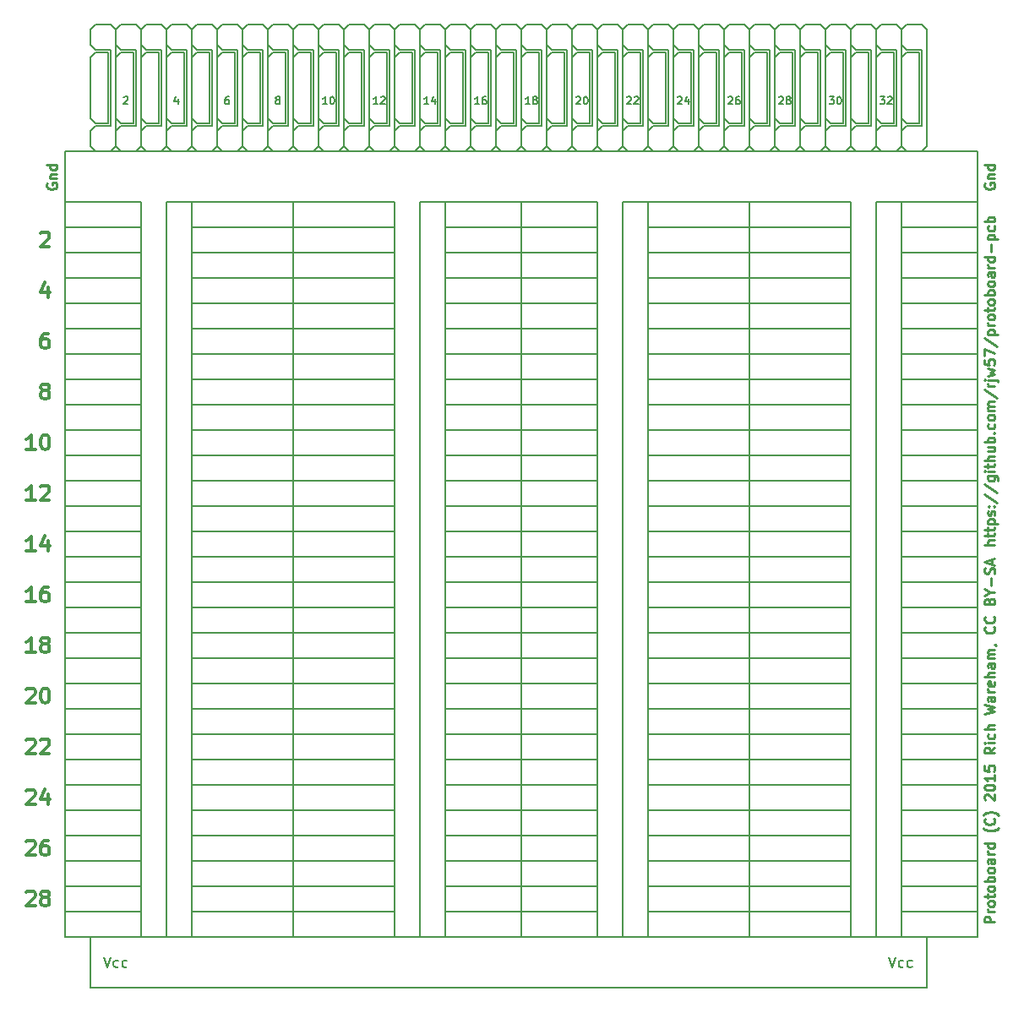
<source format=gto>
G04 #@! TF.FileFunction,Legend,Top*
%FSLAX46Y46*%
G04 Gerber Fmt 4.6, Leading zero omitted, Abs format (unit mm)*
G04 Created by KiCad (PCBNEW (after 2015-mar-04 BZR unknown)-product) date Mon 01 Jun 2015 23:22:56 BST*
%MOMM*%
G01*
G04 APERTURE LIST*
%ADD10C,0.150000*%
%ADD11C,0.200000*%
%ADD12C,0.254000*%
%ADD13C,0.190500*%
%ADD14C,0.300000*%
G04 APERTURE END LIST*
D10*
D11*
X86360000Y-92710000D02*
X86360000Y-19050000D01*
X60960000Y-19050000D02*
X60960000Y-92710000D01*
X40640000Y-92710000D02*
X40640000Y-19050000D01*
X15240000Y-19050000D02*
X15240000Y-92710000D01*
X5080000Y-13970000D02*
X5080000Y-17780000D01*
X91440000Y-13970000D02*
X5080000Y-13970000D01*
X96520000Y-13970000D02*
X91440000Y-13970000D01*
X96520000Y-16510000D02*
X96520000Y-13970000D01*
X60960000Y-19050000D02*
X63500000Y-19050000D01*
X86360000Y-19050000D02*
X88900000Y-19050000D01*
X40640000Y-19050000D02*
X43180000Y-19050000D01*
X15240000Y-19050000D02*
X17780000Y-19050000D01*
D12*
X97282000Y-17163143D02*
X97233619Y-17259905D01*
X97233619Y-17405048D01*
X97282000Y-17550190D01*
X97378762Y-17646952D01*
X97475524Y-17695333D01*
X97669048Y-17743714D01*
X97814190Y-17743714D01*
X98007714Y-17695333D01*
X98104476Y-17646952D01*
X98201238Y-17550190D01*
X98249619Y-17405048D01*
X98249619Y-17308286D01*
X98201238Y-17163143D01*
X98152857Y-17114762D01*
X97814190Y-17114762D01*
X97814190Y-17308286D01*
X97572286Y-16679333D02*
X98249619Y-16679333D01*
X97669048Y-16679333D02*
X97620667Y-16630952D01*
X97572286Y-16534190D01*
X97572286Y-16389048D01*
X97620667Y-16292286D01*
X97717429Y-16243905D01*
X98249619Y-16243905D01*
X98249619Y-15324667D02*
X97233619Y-15324667D01*
X98201238Y-15324667D02*
X98249619Y-15421429D01*
X98249619Y-15614952D01*
X98201238Y-15711714D01*
X98152857Y-15760095D01*
X98056095Y-15808476D01*
X97765810Y-15808476D01*
X97669048Y-15760095D01*
X97620667Y-15711714D01*
X97572286Y-15614952D01*
X97572286Y-15421429D01*
X97620667Y-15324667D01*
D13*
X86759143Y-8472714D02*
X87230857Y-8472714D01*
X86976857Y-8763000D01*
X87085715Y-8763000D01*
X87158286Y-8799286D01*
X87194572Y-8835571D01*
X87230857Y-8908143D01*
X87230857Y-9089571D01*
X87194572Y-9162143D01*
X87158286Y-9198429D01*
X87085715Y-9234714D01*
X86868000Y-9234714D01*
X86795429Y-9198429D01*
X86759143Y-9162143D01*
X87521143Y-8545286D02*
X87557429Y-8509000D01*
X87630000Y-8472714D01*
X87811429Y-8472714D01*
X87884000Y-8509000D01*
X87920286Y-8545286D01*
X87956571Y-8617857D01*
X87956571Y-8690429D01*
X87920286Y-8799286D01*
X87484857Y-9234714D01*
X87956571Y-9234714D01*
X81679143Y-8472714D02*
X82150857Y-8472714D01*
X81896857Y-8763000D01*
X82005715Y-8763000D01*
X82078286Y-8799286D01*
X82114572Y-8835571D01*
X82150857Y-8908143D01*
X82150857Y-9089571D01*
X82114572Y-9162143D01*
X82078286Y-9198429D01*
X82005715Y-9234714D01*
X81788000Y-9234714D01*
X81715429Y-9198429D01*
X81679143Y-9162143D01*
X82622571Y-8472714D02*
X82695143Y-8472714D01*
X82767714Y-8509000D01*
X82804000Y-8545286D01*
X82840286Y-8617857D01*
X82876571Y-8763000D01*
X82876571Y-8944429D01*
X82840286Y-9089571D01*
X82804000Y-9162143D01*
X82767714Y-9198429D01*
X82695143Y-9234714D01*
X82622571Y-9234714D01*
X82550000Y-9198429D01*
X82513714Y-9162143D01*
X82477429Y-9089571D01*
X82441143Y-8944429D01*
X82441143Y-8763000D01*
X82477429Y-8617857D01*
X82513714Y-8545286D01*
X82550000Y-8509000D01*
X82622571Y-8472714D01*
X76635429Y-8545286D02*
X76671715Y-8509000D01*
X76744286Y-8472714D01*
X76925715Y-8472714D01*
X76998286Y-8509000D01*
X77034572Y-8545286D01*
X77070857Y-8617857D01*
X77070857Y-8690429D01*
X77034572Y-8799286D01*
X76599143Y-9234714D01*
X77070857Y-9234714D01*
X77506286Y-8799286D02*
X77433714Y-8763000D01*
X77397429Y-8726714D01*
X77361143Y-8654143D01*
X77361143Y-8617857D01*
X77397429Y-8545286D01*
X77433714Y-8509000D01*
X77506286Y-8472714D01*
X77651429Y-8472714D01*
X77724000Y-8509000D01*
X77760286Y-8545286D01*
X77796571Y-8617857D01*
X77796571Y-8654143D01*
X77760286Y-8726714D01*
X77724000Y-8763000D01*
X77651429Y-8799286D01*
X77506286Y-8799286D01*
X77433714Y-8835571D01*
X77397429Y-8871857D01*
X77361143Y-8944429D01*
X77361143Y-9089571D01*
X77397429Y-9162143D01*
X77433714Y-9198429D01*
X77506286Y-9234714D01*
X77651429Y-9234714D01*
X77724000Y-9198429D01*
X77760286Y-9162143D01*
X77796571Y-9089571D01*
X77796571Y-8944429D01*
X77760286Y-8871857D01*
X77724000Y-8835571D01*
X77651429Y-8799286D01*
X71555429Y-8545286D02*
X71591715Y-8509000D01*
X71664286Y-8472714D01*
X71845715Y-8472714D01*
X71918286Y-8509000D01*
X71954572Y-8545286D01*
X71990857Y-8617857D01*
X71990857Y-8690429D01*
X71954572Y-8799286D01*
X71519143Y-9234714D01*
X71990857Y-9234714D01*
X72644000Y-8472714D02*
X72498857Y-8472714D01*
X72426286Y-8509000D01*
X72390000Y-8545286D01*
X72317429Y-8654143D01*
X72281143Y-8799286D01*
X72281143Y-9089571D01*
X72317429Y-9162143D01*
X72353714Y-9198429D01*
X72426286Y-9234714D01*
X72571429Y-9234714D01*
X72644000Y-9198429D01*
X72680286Y-9162143D01*
X72716571Y-9089571D01*
X72716571Y-8908143D01*
X72680286Y-8835571D01*
X72644000Y-8799286D01*
X72571429Y-8763000D01*
X72426286Y-8763000D01*
X72353714Y-8799286D01*
X72317429Y-8835571D01*
X72281143Y-8908143D01*
X66475429Y-8545286D02*
X66511715Y-8509000D01*
X66584286Y-8472714D01*
X66765715Y-8472714D01*
X66838286Y-8509000D01*
X66874572Y-8545286D01*
X66910857Y-8617857D01*
X66910857Y-8690429D01*
X66874572Y-8799286D01*
X66439143Y-9234714D01*
X66910857Y-9234714D01*
X67564000Y-8726714D02*
X67564000Y-9234714D01*
X67382571Y-8436429D02*
X67201143Y-8980714D01*
X67672857Y-8980714D01*
X61395429Y-8545286D02*
X61431715Y-8509000D01*
X61504286Y-8472714D01*
X61685715Y-8472714D01*
X61758286Y-8509000D01*
X61794572Y-8545286D01*
X61830857Y-8617857D01*
X61830857Y-8690429D01*
X61794572Y-8799286D01*
X61359143Y-9234714D01*
X61830857Y-9234714D01*
X62121143Y-8545286D02*
X62157429Y-8509000D01*
X62230000Y-8472714D01*
X62411429Y-8472714D01*
X62484000Y-8509000D01*
X62520286Y-8545286D01*
X62556571Y-8617857D01*
X62556571Y-8690429D01*
X62520286Y-8799286D01*
X62084857Y-9234714D01*
X62556571Y-9234714D01*
X56315429Y-8545286D02*
X56351715Y-8509000D01*
X56424286Y-8472714D01*
X56605715Y-8472714D01*
X56678286Y-8509000D01*
X56714572Y-8545286D01*
X56750857Y-8617857D01*
X56750857Y-8690429D01*
X56714572Y-8799286D01*
X56279143Y-9234714D01*
X56750857Y-9234714D01*
X57222571Y-8472714D02*
X57295143Y-8472714D01*
X57367714Y-8509000D01*
X57404000Y-8545286D01*
X57440286Y-8617857D01*
X57476571Y-8763000D01*
X57476571Y-8944429D01*
X57440286Y-9089571D01*
X57404000Y-9162143D01*
X57367714Y-9198429D01*
X57295143Y-9234714D01*
X57222571Y-9234714D01*
X57150000Y-9198429D01*
X57113714Y-9162143D01*
X57077429Y-9089571D01*
X57041143Y-8944429D01*
X57041143Y-8763000D01*
X57077429Y-8617857D01*
X57113714Y-8545286D01*
X57150000Y-8509000D01*
X57222571Y-8472714D01*
X51670857Y-9234714D02*
X51235429Y-9234714D01*
X51453143Y-9234714D02*
X51453143Y-8472714D01*
X51380572Y-8581571D01*
X51308000Y-8654143D01*
X51235429Y-8690429D01*
X52106286Y-8799286D02*
X52033714Y-8763000D01*
X51997429Y-8726714D01*
X51961143Y-8654143D01*
X51961143Y-8617857D01*
X51997429Y-8545286D01*
X52033714Y-8509000D01*
X52106286Y-8472714D01*
X52251429Y-8472714D01*
X52324000Y-8509000D01*
X52360286Y-8545286D01*
X52396571Y-8617857D01*
X52396571Y-8654143D01*
X52360286Y-8726714D01*
X52324000Y-8763000D01*
X52251429Y-8799286D01*
X52106286Y-8799286D01*
X52033714Y-8835571D01*
X51997429Y-8871857D01*
X51961143Y-8944429D01*
X51961143Y-9089571D01*
X51997429Y-9162143D01*
X52033714Y-9198429D01*
X52106286Y-9234714D01*
X52251429Y-9234714D01*
X52324000Y-9198429D01*
X52360286Y-9162143D01*
X52396571Y-9089571D01*
X52396571Y-8944429D01*
X52360286Y-8871857D01*
X52324000Y-8835571D01*
X52251429Y-8799286D01*
X46590857Y-9234714D02*
X46155429Y-9234714D01*
X46373143Y-9234714D02*
X46373143Y-8472714D01*
X46300572Y-8581571D01*
X46228000Y-8654143D01*
X46155429Y-8690429D01*
X47244000Y-8472714D02*
X47098857Y-8472714D01*
X47026286Y-8509000D01*
X46990000Y-8545286D01*
X46917429Y-8654143D01*
X46881143Y-8799286D01*
X46881143Y-9089571D01*
X46917429Y-9162143D01*
X46953714Y-9198429D01*
X47026286Y-9234714D01*
X47171429Y-9234714D01*
X47244000Y-9198429D01*
X47280286Y-9162143D01*
X47316571Y-9089571D01*
X47316571Y-8908143D01*
X47280286Y-8835571D01*
X47244000Y-8799286D01*
X47171429Y-8763000D01*
X47026286Y-8763000D01*
X46953714Y-8799286D01*
X46917429Y-8835571D01*
X46881143Y-8908143D01*
X41510857Y-9234714D02*
X41075429Y-9234714D01*
X41293143Y-9234714D02*
X41293143Y-8472714D01*
X41220572Y-8581571D01*
X41148000Y-8654143D01*
X41075429Y-8690429D01*
X42164000Y-8726714D02*
X42164000Y-9234714D01*
X41982571Y-8436429D02*
X41801143Y-8980714D01*
X42272857Y-8980714D01*
X36430857Y-9234714D02*
X35995429Y-9234714D01*
X36213143Y-9234714D02*
X36213143Y-8472714D01*
X36140572Y-8581571D01*
X36068000Y-8654143D01*
X35995429Y-8690429D01*
X36721143Y-8545286D02*
X36757429Y-8509000D01*
X36830000Y-8472714D01*
X37011429Y-8472714D01*
X37084000Y-8509000D01*
X37120286Y-8545286D01*
X37156571Y-8617857D01*
X37156571Y-8690429D01*
X37120286Y-8799286D01*
X36684857Y-9234714D01*
X37156571Y-9234714D01*
X31350857Y-9234714D02*
X30915429Y-9234714D01*
X31133143Y-9234714D02*
X31133143Y-8472714D01*
X31060572Y-8581571D01*
X30988000Y-8654143D01*
X30915429Y-8690429D01*
X31822571Y-8472714D02*
X31895143Y-8472714D01*
X31967714Y-8509000D01*
X32004000Y-8545286D01*
X32040286Y-8617857D01*
X32076571Y-8763000D01*
X32076571Y-8944429D01*
X32040286Y-9089571D01*
X32004000Y-9162143D01*
X31967714Y-9198429D01*
X31895143Y-9234714D01*
X31822571Y-9234714D01*
X31750000Y-9198429D01*
X31713714Y-9162143D01*
X31677429Y-9089571D01*
X31641143Y-8944429D01*
X31641143Y-8763000D01*
X31677429Y-8617857D01*
X31713714Y-8545286D01*
X31750000Y-8509000D01*
X31822571Y-8472714D01*
X26343429Y-8799286D02*
X26270857Y-8763000D01*
X26234572Y-8726714D01*
X26198286Y-8654143D01*
X26198286Y-8617857D01*
X26234572Y-8545286D01*
X26270857Y-8509000D01*
X26343429Y-8472714D01*
X26488572Y-8472714D01*
X26561143Y-8509000D01*
X26597429Y-8545286D01*
X26633714Y-8617857D01*
X26633714Y-8654143D01*
X26597429Y-8726714D01*
X26561143Y-8763000D01*
X26488572Y-8799286D01*
X26343429Y-8799286D01*
X26270857Y-8835571D01*
X26234572Y-8871857D01*
X26198286Y-8944429D01*
X26198286Y-9089571D01*
X26234572Y-9162143D01*
X26270857Y-9198429D01*
X26343429Y-9234714D01*
X26488572Y-9234714D01*
X26561143Y-9198429D01*
X26597429Y-9162143D01*
X26633714Y-9089571D01*
X26633714Y-8944429D01*
X26597429Y-8871857D01*
X26561143Y-8835571D01*
X26488572Y-8799286D01*
X21481143Y-8472714D02*
X21336000Y-8472714D01*
X21263429Y-8509000D01*
X21227143Y-8545286D01*
X21154572Y-8654143D01*
X21118286Y-8799286D01*
X21118286Y-9089571D01*
X21154572Y-9162143D01*
X21190857Y-9198429D01*
X21263429Y-9234714D01*
X21408572Y-9234714D01*
X21481143Y-9198429D01*
X21517429Y-9162143D01*
X21553714Y-9089571D01*
X21553714Y-8908143D01*
X21517429Y-8835571D01*
X21481143Y-8799286D01*
X21408572Y-8763000D01*
X21263429Y-8763000D01*
X21190857Y-8799286D01*
X21154572Y-8835571D01*
X21118286Y-8908143D01*
X16401143Y-8726714D02*
X16401143Y-9234714D01*
X16219714Y-8436429D02*
X16038286Y-8980714D01*
X16510000Y-8980714D01*
X10958286Y-8545286D02*
X10994572Y-8509000D01*
X11067143Y-8472714D01*
X11248572Y-8472714D01*
X11321143Y-8509000D01*
X11357429Y-8545286D01*
X11393714Y-8617857D01*
X11393714Y-8690429D01*
X11357429Y-8799286D01*
X10922000Y-9234714D01*
X11393714Y-9234714D01*
D12*
X98249619Y-53364188D02*
X97233619Y-53364188D01*
X98249619Y-52928760D02*
X97717429Y-52928760D01*
X97620667Y-52977141D01*
X97572286Y-53073903D01*
X97572286Y-53219045D01*
X97620667Y-53315807D01*
X97669048Y-53364188D01*
X97572286Y-52590093D02*
X97572286Y-52203045D01*
X97233619Y-52444950D02*
X98104476Y-52444950D01*
X98201238Y-52396569D01*
X98249619Y-52299807D01*
X98249619Y-52203045D01*
X97572286Y-52009522D02*
X97572286Y-51622474D01*
X97233619Y-51864379D02*
X98104476Y-51864379D01*
X98201238Y-51815998D01*
X98249619Y-51719236D01*
X98249619Y-51622474D01*
X97572286Y-51283808D02*
X98588286Y-51283808D01*
X97620667Y-51283808D02*
X97572286Y-51187046D01*
X97572286Y-50993523D01*
X97620667Y-50896761D01*
X97669048Y-50848380D01*
X97765810Y-50799999D01*
X98056095Y-50799999D01*
X98152857Y-50848380D01*
X98201238Y-50896761D01*
X98249619Y-50993523D01*
X98249619Y-51187046D01*
X98201238Y-51283808D01*
X98201238Y-50412951D02*
X98249619Y-50316189D01*
X98249619Y-50122665D01*
X98201238Y-50025904D01*
X98104476Y-49977523D01*
X98056095Y-49977523D01*
X97959333Y-50025904D01*
X97910952Y-50122665D01*
X97910952Y-50267808D01*
X97862571Y-50364570D01*
X97765810Y-50412951D01*
X97717429Y-50412951D01*
X97620667Y-50364570D01*
X97572286Y-50267808D01*
X97572286Y-50122665D01*
X97620667Y-50025904D01*
X98152857Y-49542094D02*
X98201238Y-49493713D01*
X98249619Y-49542094D01*
X98201238Y-49590475D01*
X98152857Y-49542094D01*
X98249619Y-49542094D01*
X97620667Y-49542094D02*
X97669048Y-49493713D01*
X97717429Y-49542094D01*
X97669048Y-49590475D01*
X97620667Y-49542094D01*
X97717429Y-49542094D01*
X97185238Y-48332570D02*
X98491524Y-49203427D01*
X97185238Y-47268189D02*
X98491524Y-48139046D01*
X97572286Y-46494094D02*
X98394762Y-46494094D01*
X98491524Y-46542475D01*
X98539905Y-46590856D01*
X98588286Y-46687617D01*
X98588286Y-46832760D01*
X98539905Y-46929522D01*
X98201238Y-46494094D02*
X98249619Y-46590856D01*
X98249619Y-46784379D01*
X98201238Y-46881141D01*
X98152857Y-46929522D01*
X98056095Y-46977903D01*
X97765810Y-46977903D01*
X97669048Y-46929522D01*
X97620667Y-46881141D01*
X97572286Y-46784379D01*
X97572286Y-46590856D01*
X97620667Y-46494094D01*
X98249619Y-46010284D02*
X97572286Y-46010284D01*
X97233619Y-46010284D02*
X97282000Y-46058665D01*
X97330381Y-46010284D01*
X97282000Y-45961903D01*
X97233619Y-46010284D01*
X97330381Y-46010284D01*
X97572286Y-45671617D02*
X97572286Y-45284569D01*
X97233619Y-45526474D02*
X98104476Y-45526474D01*
X98201238Y-45478093D01*
X98249619Y-45381331D01*
X98249619Y-45284569D01*
X98249619Y-44945903D02*
X97233619Y-44945903D01*
X98249619Y-44510475D02*
X97717429Y-44510475D01*
X97620667Y-44558856D01*
X97572286Y-44655618D01*
X97572286Y-44800760D01*
X97620667Y-44897522D01*
X97669048Y-44945903D01*
X97572286Y-43591237D02*
X98249619Y-43591237D01*
X97572286Y-44026665D02*
X98104476Y-44026665D01*
X98201238Y-43978284D01*
X98249619Y-43881522D01*
X98249619Y-43736380D01*
X98201238Y-43639618D01*
X98152857Y-43591237D01*
X98249619Y-43107427D02*
X97233619Y-43107427D01*
X97620667Y-43107427D02*
X97572286Y-43010665D01*
X97572286Y-42817142D01*
X97620667Y-42720380D01*
X97669048Y-42671999D01*
X97765810Y-42623618D01*
X98056095Y-42623618D01*
X98152857Y-42671999D01*
X98201238Y-42720380D01*
X98249619Y-42817142D01*
X98249619Y-43010665D01*
X98201238Y-43107427D01*
X98152857Y-42188189D02*
X98201238Y-42139808D01*
X98249619Y-42188189D01*
X98201238Y-42236570D01*
X98152857Y-42188189D01*
X98249619Y-42188189D01*
X98201238Y-41268951D02*
X98249619Y-41365713D01*
X98249619Y-41559236D01*
X98201238Y-41655998D01*
X98152857Y-41704379D01*
X98056095Y-41752760D01*
X97765810Y-41752760D01*
X97669048Y-41704379D01*
X97620667Y-41655998D01*
X97572286Y-41559236D01*
X97572286Y-41365713D01*
X97620667Y-41268951D01*
X98249619Y-40688379D02*
X98201238Y-40785141D01*
X98152857Y-40833522D01*
X98056095Y-40881903D01*
X97765810Y-40881903D01*
X97669048Y-40833522D01*
X97620667Y-40785141D01*
X97572286Y-40688379D01*
X97572286Y-40543237D01*
X97620667Y-40446475D01*
X97669048Y-40398094D01*
X97765810Y-40349713D01*
X98056095Y-40349713D01*
X98152857Y-40398094D01*
X98201238Y-40446475D01*
X98249619Y-40543237D01*
X98249619Y-40688379D01*
X98249619Y-39914284D02*
X97572286Y-39914284D01*
X97669048Y-39914284D02*
X97620667Y-39865903D01*
X97572286Y-39769141D01*
X97572286Y-39623999D01*
X97620667Y-39527237D01*
X97717429Y-39478856D01*
X98249619Y-39478856D01*
X97717429Y-39478856D02*
X97620667Y-39430475D01*
X97572286Y-39333713D01*
X97572286Y-39188570D01*
X97620667Y-39091808D01*
X97717429Y-39043427D01*
X98249619Y-39043427D01*
X97185238Y-37833903D02*
X98491524Y-38704760D01*
X98249619Y-37495236D02*
X97572286Y-37495236D01*
X97765810Y-37495236D02*
X97669048Y-37446855D01*
X97620667Y-37398474D01*
X97572286Y-37301712D01*
X97572286Y-37204951D01*
X97572286Y-36866284D02*
X98443143Y-36866284D01*
X98539905Y-36914665D01*
X98588286Y-37011427D01*
X98588286Y-37059808D01*
X97233619Y-36866284D02*
X97282000Y-36914665D01*
X97330381Y-36866284D01*
X97282000Y-36817903D01*
X97233619Y-36866284D01*
X97330381Y-36866284D01*
X97572286Y-36479236D02*
X98249619Y-36285712D01*
X97765810Y-36092189D01*
X98249619Y-35898665D01*
X97572286Y-35705141D01*
X97233619Y-34834284D02*
X97233619Y-35318093D01*
X97717429Y-35366474D01*
X97669048Y-35318093D01*
X97620667Y-35221331D01*
X97620667Y-34979427D01*
X97669048Y-34882665D01*
X97717429Y-34834284D01*
X97814190Y-34785903D01*
X98056095Y-34785903D01*
X98152857Y-34834284D01*
X98201238Y-34882665D01*
X98249619Y-34979427D01*
X98249619Y-35221331D01*
X98201238Y-35318093D01*
X98152857Y-35366474D01*
X97233619Y-34447236D02*
X97233619Y-33769903D01*
X98249619Y-34205331D01*
X97185238Y-32657141D02*
X98491524Y-33527998D01*
X97572286Y-32318474D02*
X98588286Y-32318474D01*
X97620667Y-32318474D02*
X97572286Y-32221712D01*
X97572286Y-32028189D01*
X97620667Y-31931427D01*
X97669048Y-31883046D01*
X97765810Y-31834665D01*
X98056095Y-31834665D01*
X98152857Y-31883046D01*
X98201238Y-31931427D01*
X98249619Y-32028189D01*
X98249619Y-32221712D01*
X98201238Y-32318474D01*
X98249619Y-31399236D02*
X97572286Y-31399236D01*
X97765810Y-31399236D02*
X97669048Y-31350855D01*
X97620667Y-31302474D01*
X97572286Y-31205712D01*
X97572286Y-31108951D01*
X98249619Y-30625141D02*
X98201238Y-30721903D01*
X98152857Y-30770284D01*
X98056095Y-30818665D01*
X97765810Y-30818665D01*
X97669048Y-30770284D01*
X97620667Y-30721903D01*
X97572286Y-30625141D01*
X97572286Y-30479999D01*
X97620667Y-30383237D01*
X97669048Y-30334856D01*
X97765810Y-30286475D01*
X98056095Y-30286475D01*
X98152857Y-30334856D01*
X98201238Y-30383237D01*
X98249619Y-30479999D01*
X98249619Y-30625141D01*
X97572286Y-29996189D02*
X97572286Y-29609141D01*
X97233619Y-29851046D02*
X98104476Y-29851046D01*
X98201238Y-29802665D01*
X98249619Y-29705903D01*
X98249619Y-29609141D01*
X98249619Y-29125332D02*
X98201238Y-29222094D01*
X98152857Y-29270475D01*
X98056095Y-29318856D01*
X97765810Y-29318856D01*
X97669048Y-29270475D01*
X97620667Y-29222094D01*
X97572286Y-29125332D01*
X97572286Y-28980190D01*
X97620667Y-28883428D01*
X97669048Y-28835047D01*
X97765810Y-28786666D01*
X98056095Y-28786666D01*
X98152857Y-28835047D01*
X98201238Y-28883428D01*
X98249619Y-28980190D01*
X98249619Y-29125332D01*
X98249619Y-28351237D02*
X97233619Y-28351237D01*
X97620667Y-28351237D02*
X97572286Y-28254475D01*
X97572286Y-28060952D01*
X97620667Y-27964190D01*
X97669048Y-27915809D01*
X97765810Y-27867428D01*
X98056095Y-27867428D01*
X98152857Y-27915809D01*
X98201238Y-27964190D01*
X98249619Y-28060952D01*
X98249619Y-28254475D01*
X98201238Y-28351237D01*
X98249619Y-27286856D02*
X98201238Y-27383618D01*
X98152857Y-27431999D01*
X98056095Y-27480380D01*
X97765810Y-27480380D01*
X97669048Y-27431999D01*
X97620667Y-27383618D01*
X97572286Y-27286856D01*
X97572286Y-27141714D01*
X97620667Y-27044952D01*
X97669048Y-26996571D01*
X97765810Y-26948190D01*
X98056095Y-26948190D01*
X98152857Y-26996571D01*
X98201238Y-27044952D01*
X98249619Y-27141714D01*
X98249619Y-27286856D01*
X98249619Y-26077333D02*
X97717429Y-26077333D01*
X97620667Y-26125714D01*
X97572286Y-26222476D01*
X97572286Y-26415999D01*
X97620667Y-26512761D01*
X98201238Y-26077333D02*
X98249619Y-26174095D01*
X98249619Y-26415999D01*
X98201238Y-26512761D01*
X98104476Y-26561142D01*
X98007714Y-26561142D01*
X97910952Y-26512761D01*
X97862571Y-26415999D01*
X97862571Y-26174095D01*
X97814190Y-26077333D01*
X98249619Y-25593523D02*
X97572286Y-25593523D01*
X97765810Y-25593523D02*
X97669048Y-25545142D01*
X97620667Y-25496761D01*
X97572286Y-25399999D01*
X97572286Y-25303238D01*
X98249619Y-24529143D02*
X97233619Y-24529143D01*
X98201238Y-24529143D02*
X98249619Y-24625905D01*
X98249619Y-24819428D01*
X98201238Y-24916190D01*
X98152857Y-24964571D01*
X98056095Y-25012952D01*
X97765810Y-25012952D01*
X97669048Y-24964571D01*
X97620667Y-24916190D01*
X97572286Y-24819428D01*
X97572286Y-24625905D01*
X97620667Y-24529143D01*
X97862571Y-24045333D02*
X97862571Y-23271238D01*
X97572286Y-22787428D02*
X98588286Y-22787428D01*
X97620667Y-22787428D02*
X97572286Y-22690666D01*
X97572286Y-22497143D01*
X97620667Y-22400381D01*
X97669048Y-22352000D01*
X97765810Y-22303619D01*
X98056095Y-22303619D01*
X98152857Y-22352000D01*
X98201238Y-22400381D01*
X98249619Y-22497143D01*
X98249619Y-22690666D01*
X98201238Y-22787428D01*
X98201238Y-21432762D02*
X98249619Y-21529524D01*
X98249619Y-21723047D01*
X98201238Y-21819809D01*
X98152857Y-21868190D01*
X98056095Y-21916571D01*
X97765810Y-21916571D01*
X97669048Y-21868190D01*
X97620667Y-21819809D01*
X97572286Y-21723047D01*
X97572286Y-21529524D01*
X97620667Y-21432762D01*
X98249619Y-20997333D02*
X97233619Y-20997333D01*
X97620667Y-20997333D02*
X97572286Y-20900571D01*
X97572286Y-20707048D01*
X97620667Y-20610286D01*
X97669048Y-20561905D01*
X97765810Y-20513524D01*
X98056095Y-20513524D01*
X98152857Y-20561905D01*
X98201238Y-20610286D01*
X98249619Y-20707048D01*
X98249619Y-20900571D01*
X98201238Y-20997333D01*
X98249619Y-91198095D02*
X97233619Y-91198095D01*
X97233619Y-90811048D01*
X97282000Y-90714286D01*
X97330381Y-90665905D01*
X97427143Y-90617524D01*
X97572286Y-90617524D01*
X97669048Y-90665905D01*
X97717429Y-90714286D01*
X97765810Y-90811048D01*
X97765810Y-91198095D01*
X98249619Y-90182095D02*
X97572286Y-90182095D01*
X97765810Y-90182095D02*
X97669048Y-90133714D01*
X97620667Y-90085333D01*
X97572286Y-89988571D01*
X97572286Y-89891810D01*
X98249619Y-89408000D02*
X98201238Y-89504762D01*
X98152857Y-89553143D01*
X98056095Y-89601524D01*
X97765810Y-89601524D01*
X97669048Y-89553143D01*
X97620667Y-89504762D01*
X97572286Y-89408000D01*
X97572286Y-89262858D01*
X97620667Y-89166096D01*
X97669048Y-89117715D01*
X97765810Y-89069334D01*
X98056095Y-89069334D01*
X98152857Y-89117715D01*
X98201238Y-89166096D01*
X98249619Y-89262858D01*
X98249619Y-89408000D01*
X97572286Y-88779048D02*
X97572286Y-88392000D01*
X97233619Y-88633905D02*
X98104476Y-88633905D01*
X98201238Y-88585524D01*
X98249619Y-88488762D01*
X98249619Y-88392000D01*
X98249619Y-87908191D02*
X98201238Y-88004953D01*
X98152857Y-88053334D01*
X98056095Y-88101715D01*
X97765810Y-88101715D01*
X97669048Y-88053334D01*
X97620667Y-88004953D01*
X97572286Y-87908191D01*
X97572286Y-87763049D01*
X97620667Y-87666287D01*
X97669048Y-87617906D01*
X97765810Y-87569525D01*
X98056095Y-87569525D01*
X98152857Y-87617906D01*
X98201238Y-87666287D01*
X98249619Y-87763049D01*
X98249619Y-87908191D01*
X98249619Y-87134096D02*
X97233619Y-87134096D01*
X97620667Y-87134096D02*
X97572286Y-87037334D01*
X97572286Y-86843811D01*
X97620667Y-86747049D01*
X97669048Y-86698668D01*
X97765810Y-86650287D01*
X98056095Y-86650287D01*
X98152857Y-86698668D01*
X98201238Y-86747049D01*
X98249619Y-86843811D01*
X98249619Y-87037334D01*
X98201238Y-87134096D01*
X98249619Y-86069715D02*
X98201238Y-86166477D01*
X98152857Y-86214858D01*
X98056095Y-86263239D01*
X97765810Y-86263239D01*
X97669048Y-86214858D01*
X97620667Y-86166477D01*
X97572286Y-86069715D01*
X97572286Y-85924573D01*
X97620667Y-85827811D01*
X97669048Y-85779430D01*
X97765810Y-85731049D01*
X98056095Y-85731049D01*
X98152857Y-85779430D01*
X98201238Y-85827811D01*
X98249619Y-85924573D01*
X98249619Y-86069715D01*
X98249619Y-84860192D02*
X97717429Y-84860192D01*
X97620667Y-84908573D01*
X97572286Y-85005335D01*
X97572286Y-85198858D01*
X97620667Y-85295620D01*
X98201238Y-84860192D02*
X98249619Y-84956954D01*
X98249619Y-85198858D01*
X98201238Y-85295620D01*
X98104476Y-85344001D01*
X98007714Y-85344001D01*
X97910952Y-85295620D01*
X97862571Y-85198858D01*
X97862571Y-84956954D01*
X97814190Y-84860192D01*
X98249619Y-84376382D02*
X97572286Y-84376382D01*
X97765810Y-84376382D02*
X97669048Y-84328001D01*
X97620667Y-84279620D01*
X97572286Y-84182858D01*
X97572286Y-84086097D01*
X98249619Y-83312002D02*
X97233619Y-83312002D01*
X98201238Y-83312002D02*
X98249619Y-83408764D01*
X98249619Y-83602287D01*
X98201238Y-83699049D01*
X98152857Y-83747430D01*
X98056095Y-83795811D01*
X97765810Y-83795811D01*
X97669048Y-83747430D01*
X97620667Y-83699049D01*
X97572286Y-83602287D01*
X97572286Y-83408764D01*
X97620667Y-83312002D01*
X98636667Y-81763812D02*
X98588286Y-81812192D01*
X98443143Y-81908954D01*
X98346381Y-81957335D01*
X98201238Y-82005716D01*
X97959333Y-82054097D01*
X97765810Y-82054097D01*
X97523905Y-82005716D01*
X97378762Y-81957335D01*
X97282000Y-81908954D01*
X97136857Y-81812192D01*
X97088476Y-81763812D01*
X98152857Y-80796193D02*
X98201238Y-80844574D01*
X98249619Y-80989717D01*
X98249619Y-81086479D01*
X98201238Y-81231621D01*
X98104476Y-81328383D01*
X98007714Y-81376764D01*
X97814190Y-81425145D01*
X97669048Y-81425145D01*
X97475524Y-81376764D01*
X97378762Y-81328383D01*
X97282000Y-81231621D01*
X97233619Y-81086479D01*
X97233619Y-80989717D01*
X97282000Y-80844574D01*
X97330381Y-80796193D01*
X98636667Y-80457526D02*
X98588286Y-80409145D01*
X98443143Y-80312383D01*
X98346381Y-80264002D01*
X98201238Y-80215621D01*
X97959333Y-80167240D01*
X97765810Y-80167240D01*
X97523905Y-80215621D01*
X97378762Y-80264002D01*
X97282000Y-80312383D01*
X97136857Y-80409145D01*
X97088476Y-80457526D01*
X97330381Y-78957717D02*
X97282000Y-78909336D01*
X97233619Y-78812574D01*
X97233619Y-78570670D01*
X97282000Y-78473908D01*
X97330381Y-78425527D01*
X97427143Y-78377146D01*
X97523905Y-78377146D01*
X97669048Y-78425527D01*
X98249619Y-79006098D01*
X98249619Y-78377146D01*
X97233619Y-77748193D02*
X97233619Y-77651432D01*
X97282000Y-77554670D01*
X97330381Y-77506289D01*
X97427143Y-77457908D01*
X97620667Y-77409527D01*
X97862571Y-77409527D01*
X98056095Y-77457908D01*
X98152857Y-77506289D01*
X98201238Y-77554670D01*
X98249619Y-77651432D01*
X98249619Y-77748193D01*
X98201238Y-77844955D01*
X98152857Y-77893336D01*
X98056095Y-77941717D01*
X97862571Y-77990098D01*
X97620667Y-77990098D01*
X97427143Y-77941717D01*
X97330381Y-77893336D01*
X97282000Y-77844955D01*
X97233619Y-77748193D01*
X98249619Y-76441908D02*
X98249619Y-77022479D01*
X98249619Y-76732193D02*
X97233619Y-76732193D01*
X97378762Y-76828955D01*
X97475524Y-76925717D01*
X97523905Y-77022479D01*
X97233619Y-75522670D02*
X97233619Y-76006479D01*
X97717429Y-76054860D01*
X97669048Y-76006479D01*
X97620667Y-75909717D01*
X97620667Y-75667813D01*
X97669048Y-75571051D01*
X97717429Y-75522670D01*
X97814190Y-75474289D01*
X98056095Y-75474289D01*
X98152857Y-75522670D01*
X98201238Y-75571051D01*
X98249619Y-75667813D01*
X98249619Y-75909717D01*
X98201238Y-76006479D01*
X98152857Y-76054860D01*
X98249619Y-73684194D02*
X97765810Y-74022860D01*
X98249619Y-74264765D02*
X97233619Y-74264765D01*
X97233619Y-73877718D01*
X97282000Y-73780956D01*
X97330381Y-73732575D01*
X97427143Y-73684194D01*
X97572286Y-73684194D01*
X97669048Y-73732575D01*
X97717429Y-73780956D01*
X97765810Y-73877718D01*
X97765810Y-74264765D01*
X98249619Y-73248765D02*
X97572286Y-73248765D01*
X97233619Y-73248765D02*
X97282000Y-73297146D01*
X97330381Y-73248765D01*
X97282000Y-73200384D01*
X97233619Y-73248765D01*
X97330381Y-73248765D01*
X98201238Y-72329527D02*
X98249619Y-72426289D01*
X98249619Y-72619812D01*
X98201238Y-72716574D01*
X98152857Y-72764955D01*
X98056095Y-72813336D01*
X97765810Y-72813336D01*
X97669048Y-72764955D01*
X97620667Y-72716574D01*
X97572286Y-72619812D01*
X97572286Y-72426289D01*
X97620667Y-72329527D01*
X98249619Y-71894098D02*
X97233619Y-71894098D01*
X98249619Y-71458670D02*
X97717429Y-71458670D01*
X97620667Y-71507051D01*
X97572286Y-71603813D01*
X97572286Y-71748955D01*
X97620667Y-71845717D01*
X97669048Y-71894098D01*
X97233619Y-70297527D02*
X98249619Y-70055622D01*
X97523905Y-69862099D01*
X98249619Y-69668575D01*
X97233619Y-69426670D01*
X98249619Y-68604194D02*
X97717429Y-68604194D01*
X97620667Y-68652575D01*
X97572286Y-68749337D01*
X97572286Y-68942860D01*
X97620667Y-69039622D01*
X98201238Y-68604194D02*
X98249619Y-68700956D01*
X98249619Y-68942860D01*
X98201238Y-69039622D01*
X98104476Y-69088003D01*
X98007714Y-69088003D01*
X97910952Y-69039622D01*
X97862571Y-68942860D01*
X97862571Y-68700956D01*
X97814190Y-68604194D01*
X98249619Y-68120384D02*
X97572286Y-68120384D01*
X97765810Y-68120384D02*
X97669048Y-68072003D01*
X97620667Y-68023622D01*
X97572286Y-67926860D01*
X97572286Y-67830099D01*
X98201238Y-67104385D02*
X98249619Y-67201147D01*
X98249619Y-67394670D01*
X98201238Y-67491432D01*
X98104476Y-67539813D01*
X97717429Y-67539813D01*
X97620667Y-67491432D01*
X97572286Y-67394670D01*
X97572286Y-67201147D01*
X97620667Y-67104385D01*
X97717429Y-67056004D01*
X97814190Y-67056004D01*
X97910952Y-67539813D01*
X98249619Y-66620575D02*
X97233619Y-66620575D01*
X98249619Y-66185147D02*
X97717429Y-66185147D01*
X97620667Y-66233528D01*
X97572286Y-66330290D01*
X97572286Y-66475432D01*
X97620667Y-66572194D01*
X97669048Y-66620575D01*
X98249619Y-65265909D02*
X97717429Y-65265909D01*
X97620667Y-65314290D01*
X97572286Y-65411052D01*
X97572286Y-65604575D01*
X97620667Y-65701337D01*
X98201238Y-65265909D02*
X98249619Y-65362671D01*
X98249619Y-65604575D01*
X98201238Y-65701337D01*
X98104476Y-65749718D01*
X98007714Y-65749718D01*
X97910952Y-65701337D01*
X97862571Y-65604575D01*
X97862571Y-65362671D01*
X97814190Y-65265909D01*
X98249619Y-64782099D02*
X97572286Y-64782099D01*
X97669048Y-64782099D02*
X97620667Y-64733718D01*
X97572286Y-64636956D01*
X97572286Y-64491814D01*
X97620667Y-64395052D01*
X97717429Y-64346671D01*
X98249619Y-64346671D01*
X97717429Y-64346671D02*
X97620667Y-64298290D01*
X97572286Y-64201528D01*
X97572286Y-64056385D01*
X97620667Y-63959623D01*
X97717429Y-63911242D01*
X98249619Y-63911242D01*
X98201238Y-63379051D02*
X98249619Y-63379051D01*
X98346381Y-63427432D01*
X98394762Y-63475813D01*
X98152857Y-61588956D02*
X98201238Y-61637337D01*
X98249619Y-61782480D01*
X98249619Y-61879242D01*
X98201238Y-62024384D01*
X98104476Y-62121146D01*
X98007714Y-62169527D01*
X97814190Y-62217908D01*
X97669048Y-62217908D01*
X97475524Y-62169527D01*
X97378762Y-62121146D01*
X97282000Y-62024384D01*
X97233619Y-61879242D01*
X97233619Y-61782480D01*
X97282000Y-61637337D01*
X97330381Y-61588956D01*
X98152857Y-60572956D02*
X98201238Y-60621337D01*
X98249619Y-60766480D01*
X98249619Y-60863242D01*
X98201238Y-61008384D01*
X98104476Y-61105146D01*
X98007714Y-61153527D01*
X97814190Y-61201908D01*
X97669048Y-61201908D01*
X97475524Y-61153527D01*
X97378762Y-61105146D01*
X97282000Y-61008384D01*
X97233619Y-60863242D01*
X97233619Y-60766480D01*
X97282000Y-60621337D01*
X97330381Y-60572956D01*
X97717429Y-59024766D02*
X97765810Y-58879623D01*
X97814190Y-58831242D01*
X97910952Y-58782861D01*
X98056095Y-58782861D01*
X98152857Y-58831242D01*
X98201238Y-58879623D01*
X98249619Y-58976385D01*
X98249619Y-59363432D01*
X97233619Y-59363432D01*
X97233619Y-59024766D01*
X97282000Y-58928004D01*
X97330381Y-58879623D01*
X97427143Y-58831242D01*
X97523905Y-58831242D01*
X97620667Y-58879623D01*
X97669048Y-58928004D01*
X97717429Y-59024766D01*
X97717429Y-59363432D01*
X97765810Y-58153908D02*
X98249619Y-58153908D01*
X97233619Y-58492575D02*
X97765810Y-58153908D01*
X97233619Y-57815242D01*
X97862571Y-57476575D02*
X97862571Y-56702480D01*
X98201238Y-56267051D02*
X98249619Y-56121908D01*
X98249619Y-55880004D01*
X98201238Y-55783242D01*
X98152857Y-55734861D01*
X98056095Y-55686480D01*
X97959333Y-55686480D01*
X97862571Y-55734861D01*
X97814190Y-55783242D01*
X97765810Y-55880004D01*
X97717429Y-56073527D01*
X97669048Y-56170289D01*
X97620667Y-56218670D01*
X97523905Y-56267051D01*
X97427143Y-56267051D01*
X97330381Y-56218670D01*
X97282000Y-56170289D01*
X97233619Y-56073527D01*
X97233619Y-55831623D01*
X97282000Y-55686480D01*
X97959333Y-55299432D02*
X97959333Y-54815623D01*
X98249619Y-55396194D02*
X97233619Y-55057527D01*
X98249619Y-54718861D01*
D14*
X1238572Y-88221429D02*
X1310001Y-88150000D01*
X1452858Y-88078571D01*
X1810001Y-88078571D01*
X1952858Y-88150000D01*
X2024287Y-88221429D01*
X2095715Y-88364286D01*
X2095715Y-88507143D01*
X2024287Y-88721429D01*
X1167144Y-89578571D01*
X2095715Y-89578571D01*
X2952858Y-88721429D02*
X2810000Y-88650000D01*
X2738572Y-88578571D01*
X2667143Y-88435714D01*
X2667143Y-88364286D01*
X2738572Y-88221429D01*
X2810000Y-88150000D01*
X2952858Y-88078571D01*
X3238572Y-88078571D01*
X3381429Y-88150000D01*
X3452858Y-88221429D01*
X3524286Y-88364286D01*
X3524286Y-88435714D01*
X3452858Y-88578571D01*
X3381429Y-88650000D01*
X3238572Y-88721429D01*
X2952858Y-88721429D01*
X2810000Y-88792857D01*
X2738572Y-88864286D01*
X2667143Y-89007143D01*
X2667143Y-89292857D01*
X2738572Y-89435714D01*
X2810000Y-89507143D01*
X2952858Y-89578571D01*
X3238572Y-89578571D01*
X3381429Y-89507143D01*
X3452858Y-89435714D01*
X3524286Y-89292857D01*
X3524286Y-89007143D01*
X3452858Y-88864286D01*
X3381429Y-88792857D01*
X3238572Y-88721429D01*
D12*
X3302000Y-17163143D02*
X3253619Y-17259905D01*
X3253619Y-17405048D01*
X3302000Y-17550190D01*
X3398762Y-17646952D01*
X3495524Y-17695333D01*
X3689048Y-17743714D01*
X3834190Y-17743714D01*
X4027714Y-17695333D01*
X4124476Y-17646952D01*
X4221238Y-17550190D01*
X4269619Y-17405048D01*
X4269619Y-17308286D01*
X4221238Y-17163143D01*
X4172857Y-17114762D01*
X3834190Y-17114762D01*
X3834190Y-17308286D01*
X3592286Y-16679333D02*
X4269619Y-16679333D01*
X3689048Y-16679333D02*
X3640667Y-16630952D01*
X3592286Y-16534190D01*
X3592286Y-16389048D01*
X3640667Y-16292286D01*
X3737429Y-16243905D01*
X4269619Y-16243905D01*
X4269619Y-15324667D02*
X3253619Y-15324667D01*
X4221238Y-15324667D02*
X4269619Y-15421429D01*
X4269619Y-15614952D01*
X4221238Y-15711714D01*
X4172857Y-15760095D01*
X4076095Y-15808476D01*
X3785810Y-15808476D01*
X3689048Y-15760095D01*
X3640667Y-15711714D01*
X3592286Y-15614952D01*
X3592286Y-15421429D01*
X3640667Y-15324667D01*
D11*
X96520000Y-16510000D02*
X96520000Y-21590000D01*
X5080000Y-16510000D02*
X5080000Y-21590000D01*
D13*
X87654191Y-94693619D02*
X87992858Y-95709619D01*
X88331524Y-94693619D01*
X89105619Y-95661238D02*
X89008857Y-95709619D01*
X88815334Y-95709619D01*
X88718572Y-95661238D01*
X88670191Y-95612857D01*
X88621810Y-95516095D01*
X88621810Y-95225810D01*
X88670191Y-95129048D01*
X88718572Y-95080667D01*
X88815334Y-95032286D01*
X89008857Y-95032286D01*
X89105619Y-95080667D01*
X89976476Y-95661238D02*
X89879714Y-95709619D01*
X89686191Y-95709619D01*
X89589429Y-95661238D01*
X89541048Y-95612857D01*
X89492667Y-95516095D01*
X89492667Y-95225810D01*
X89541048Y-95129048D01*
X89589429Y-95080667D01*
X89686191Y-95032286D01*
X89879714Y-95032286D01*
X89976476Y-95080667D01*
X8986762Y-94693619D02*
X9325429Y-95709619D01*
X9664095Y-94693619D01*
X10438190Y-95661238D02*
X10341428Y-95709619D01*
X10147905Y-95709619D01*
X10051143Y-95661238D01*
X10002762Y-95612857D01*
X9954381Y-95516095D01*
X9954381Y-95225810D01*
X10002762Y-95129048D01*
X10051143Y-95080667D01*
X10147905Y-95032286D01*
X10341428Y-95032286D01*
X10438190Y-95080667D01*
X11309047Y-95661238D02*
X11212285Y-95709619D01*
X11018762Y-95709619D01*
X10922000Y-95661238D01*
X10873619Y-95612857D01*
X10825238Y-95516095D01*
X10825238Y-95225810D01*
X10873619Y-95129048D01*
X10922000Y-95080667D01*
X11018762Y-95032286D01*
X11212285Y-95032286D01*
X11309047Y-95080667D01*
D11*
X91440000Y-92710000D02*
X7620000Y-92710000D01*
X91440000Y-97790000D02*
X91440000Y-92710000D01*
X7620000Y-97790000D02*
X91440000Y-97790000D01*
X7620000Y-92710000D02*
X7620000Y-97790000D01*
D14*
X1238572Y-83141429D02*
X1310001Y-83070000D01*
X1452858Y-82998571D01*
X1810001Y-82998571D01*
X1952858Y-83070000D01*
X2024287Y-83141429D01*
X2095715Y-83284286D01*
X2095715Y-83427143D01*
X2024287Y-83641429D01*
X1167144Y-84498571D01*
X2095715Y-84498571D01*
X3381429Y-82998571D02*
X3095715Y-82998571D01*
X2952858Y-83070000D01*
X2881429Y-83141429D01*
X2738572Y-83355714D01*
X2667143Y-83641429D01*
X2667143Y-84212857D01*
X2738572Y-84355714D01*
X2810000Y-84427143D01*
X2952858Y-84498571D01*
X3238572Y-84498571D01*
X3381429Y-84427143D01*
X3452858Y-84355714D01*
X3524286Y-84212857D01*
X3524286Y-83855714D01*
X3452858Y-83712857D01*
X3381429Y-83641429D01*
X3238572Y-83570000D01*
X2952858Y-83570000D01*
X2810000Y-83641429D01*
X2738572Y-83712857D01*
X2667143Y-83855714D01*
X1238572Y-78061429D02*
X1310001Y-77990000D01*
X1452858Y-77918571D01*
X1810001Y-77918571D01*
X1952858Y-77990000D01*
X2024287Y-78061429D01*
X2095715Y-78204286D01*
X2095715Y-78347143D01*
X2024287Y-78561429D01*
X1167144Y-79418571D01*
X2095715Y-79418571D01*
X3381429Y-78418571D02*
X3381429Y-79418571D01*
X3024286Y-77847143D02*
X2667143Y-78918571D01*
X3595715Y-78918571D01*
X1238572Y-72981429D02*
X1310001Y-72910000D01*
X1452858Y-72838571D01*
X1810001Y-72838571D01*
X1952858Y-72910000D01*
X2024287Y-72981429D01*
X2095715Y-73124286D01*
X2095715Y-73267143D01*
X2024287Y-73481429D01*
X1167144Y-74338571D01*
X2095715Y-74338571D01*
X2667143Y-72981429D02*
X2738572Y-72910000D01*
X2881429Y-72838571D01*
X3238572Y-72838571D01*
X3381429Y-72910000D01*
X3452858Y-72981429D01*
X3524286Y-73124286D01*
X3524286Y-73267143D01*
X3452858Y-73481429D01*
X2595715Y-74338571D01*
X3524286Y-74338571D01*
X1238572Y-67901429D02*
X1310001Y-67830000D01*
X1452858Y-67758571D01*
X1810001Y-67758571D01*
X1952858Y-67830000D01*
X2024287Y-67901429D01*
X2095715Y-68044286D01*
X2095715Y-68187143D01*
X2024287Y-68401429D01*
X1167144Y-69258571D01*
X2095715Y-69258571D01*
X3024286Y-67758571D02*
X3167143Y-67758571D01*
X3310000Y-67830000D01*
X3381429Y-67901429D01*
X3452858Y-68044286D01*
X3524286Y-68330000D01*
X3524286Y-68687143D01*
X3452858Y-68972857D01*
X3381429Y-69115714D01*
X3310000Y-69187143D01*
X3167143Y-69258571D01*
X3024286Y-69258571D01*
X2881429Y-69187143D01*
X2810000Y-69115714D01*
X2738572Y-68972857D01*
X2667143Y-68687143D01*
X2667143Y-68330000D01*
X2738572Y-68044286D01*
X2810000Y-67901429D01*
X2881429Y-67830000D01*
X3024286Y-67758571D01*
X2095715Y-64178571D02*
X1238572Y-64178571D01*
X1667144Y-64178571D02*
X1667144Y-62678571D01*
X1524287Y-62892857D01*
X1381429Y-63035714D01*
X1238572Y-63107143D01*
X2952858Y-63321429D02*
X2810000Y-63250000D01*
X2738572Y-63178571D01*
X2667143Y-63035714D01*
X2667143Y-62964286D01*
X2738572Y-62821429D01*
X2810000Y-62750000D01*
X2952858Y-62678571D01*
X3238572Y-62678571D01*
X3381429Y-62750000D01*
X3452858Y-62821429D01*
X3524286Y-62964286D01*
X3524286Y-63035714D01*
X3452858Y-63178571D01*
X3381429Y-63250000D01*
X3238572Y-63321429D01*
X2952858Y-63321429D01*
X2810000Y-63392857D01*
X2738572Y-63464286D01*
X2667143Y-63607143D01*
X2667143Y-63892857D01*
X2738572Y-64035714D01*
X2810000Y-64107143D01*
X2952858Y-64178571D01*
X3238572Y-64178571D01*
X3381429Y-64107143D01*
X3452858Y-64035714D01*
X3524286Y-63892857D01*
X3524286Y-63607143D01*
X3452858Y-63464286D01*
X3381429Y-63392857D01*
X3238572Y-63321429D01*
X2095715Y-59098571D02*
X1238572Y-59098571D01*
X1667144Y-59098571D02*
X1667144Y-57598571D01*
X1524287Y-57812857D01*
X1381429Y-57955714D01*
X1238572Y-58027143D01*
X3381429Y-57598571D02*
X3095715Y-57598571D01*
X2952858Y-57670000D01*
X2881429Y-57741429D01*
X2738572Y-57955714D01*
X2667143Y-58241429D01*
X2667143Y-58812857D01*
X2738572Y-58955714D01*
X2810000Y-59027143D01*
X2952858Y-59098571D01*
X3238572Y-59098571D01*
X3381429Y-59027143D01*
X3452858Y-58955714D01*
X3524286Y-58812857D01*
X3524286Y-58455714D01*
X3452858Y-58312857D01*
X3381429Y-58241429D01*
X3238572Y-58170000D01*
X2952858Y-58170000D01*
X2810000Y-58241429D01*
X2738572Y-58312857D01*
X2667143Y-58455714D01*
X2095715Y-54018571D02*
X1238572Y-54018571D01*
X1667144Y-54018571D02*
X1667144Y-52518571D01*
X1524287Y-52732857D01*
X1381429Y-52875714D01*
X1238572Y-52947143D01*
X3381429Y-53018571D02*
X3381429Y-54018571D01*
X3024286Y-52447143D02*
X2667143Y-53518571D01*
X3595715Y-53518571D01*
X2095715Y-48938571D02*
X1238572Y-48938571D01*
X1667144Y-48938571D02*
X1667144Y-47438571D01*
X1524287Y-47652857D01*
X1381429Y-47795714D01*
X1238572Y-47867143D01*
X2667143Y-47581429D02*
X2738572Y-47510000D01*
X2881429Y-47438571D01*
X3238572Y-47438571D01*
X3381429Y-47510000D01*
X3452858Y-47581429D01*
X3524286Y-47724286D01*
X3524286Y-47867143D01*
X3452858Y-48081429D01*
X2595715Y-48938571D01*
X3524286Y-48938571D01*
X2095715Y-43858571D02*
X1238572Y-43858571D01*
X1667144Y-43858571D02*
X1667144Y-42358571D01*
X1524287Y-42572857D01*
X1381429Y-42715714D01*
X1238572Y-42787143D01*
X3024286Y-42358571D02*
X3167143Y-42358571D01*
X3310000Y-42430000D01*
X3381429Y-42501429D01*
X3452858Y-42644286D01*
X3524286Y-42930000D01*
X3524286Y-43287143D01*
X3452858Y-43572857D01*
X3381429Y-43715714D01*
X3310000Y-43787143D01*
X3167143Y-43858571D01*
X3024286Y-43858571D01*
X2881429Y-43787143D01*
X2810000Y-43715714D01*
X2738572Y-43572857D01*
X2667143Y-43287143D01*
X2667143Y-42930000D01*
X2738572Y-42644286D01*
X2810000Y-42501429D01*
X2881429Y-42430000D01*
X3024286Y-42358571D01*
X2952858Y-37921429D02*
X2810000Y-37850000D01*
X2738572Y-37778571D01*
X2667143Y-37635714D01*
X2667143Y-37564286D01*
X2738572Y-37421429D01*
X2810000Y-37350000D01*
X2952858Y-37278571D01*
X3238572Y-37278571D01*
X3381429Y-37350000D01*
X3452858Y-37421429D01*
X3524286Y-37564286D01*
X3524286Y-37635714D01*
X3452858Y-37778571D01*
X3381429Y-37850000D01*
X3238572Y-37921429D01*
X2952858Y-37921429D01*
X2810000Y-37992857D01*
X2738572Y-38064286D01*
X2667143Y-38207143D01*
X2667143Y-38492857D01*
X2738572Y-38635714D01*
X2810000Y-38707143D01*
X2952858Y-38778571D01*
X3238572Y-38778571D01*
X3381429Y-38707143D01*
X3452858Y-38635714D01*
X3524286Y-38492857D01*
X3524286Y-38207143D01*
X3452858Y-38064286D01*
X3381429Y-37992857D01*
X3238572Y-37921429D01*
X3381429Y-32198571D02*
X3095715Y-32198571D01*
X2952858Y-32270000D01*
X2881429Y-32341429D01*
X2738572Y-32555714D01*
X2667143Y-32841429D01*
X2667143Y-33412857D01*
X2738572Y-33555714D01*
X2810000Y-33627143D01*
X2952858Y-33698571D01*
X3238572Y-33698571D01*
X3381429Y-33627143D01*
X3452858Y-33555714D01*
X3524286Y-33412857D01*
X3524286Y-33055714D01*
X3452858Y-32912857D01*
X3381429Y-32841429D01*
X3238572Y-32770000D01*
X2952858Y-32770000D01*
X2810000Y-32841429D01*
X2738572Y-32912857D01*
X2667143Y-33055714D01*
X3381429Y-27618571D02*
X3381429Y-28618571D01*
X3024286Y-27047143D02*
X2667143Y-28118571D01*
X3595715Y-28118571D01*
X2667143Y-22181429D02*
X2738572Y-22110000D01*
X2881429Y-22038571D01*
X3238572Y-22038571D01*
X3381429Y-22110000D01*
X3452858Y-22181429D01*
X3524286Y-22324286D01*
X3524286Y-22467143D01*
X3452858Y-22681429D01*
X2595715Y-23538571D01*
X3524286Y-23538571D01*
D10*
X88900000Y-92710000D02*
X88900000Y-90170000D01*
X88900000Y-90170000D02*
X96520000Y-90170000D01*
X96520000Y-90170000D02*
X96520000Y-92710000D01*
X96520000Y-92710000D02*
X88900000Y-92710000D01*
X83820000Y-92710000D02*
X83820000Y-90170000D01*
X83820000Y-90170000D02*
X73660000Y-90170000D01*
X73660000Y-90170000D02*
X73660000Y-92710000D01*
X73660000Y-92710000D02*
X83820000Y-92710000D01*
X43180000Y-92710000D02*
X43180000Y-90170000D01*
X43180000Y-90170000D02*
X50800000Y-90170000D01*
X50800000Y-90170000D02*
X50800000Y-92710000D01*
X50800000Y-92710000D02*
X43180000Y-92710000D01*
X38100000Y-92710000D02*
X38100000Y-90170000D01*
X38100000Y-90170000D02*
X27940000Y-90170000D01*
X27940000Y-90170000D02*
X27940000Y-92710000D01*
X27940000Y-92710000D02*
X38100000Y-92710000D01*
X50800000Y-41910000D02*
X50800000Y-39370000D01*
X50800000Y-39370000D02*
X58420000Y-39370000D01*
X58420000Y-39370000D02*
X58420000Y-41910000D01*
X58420000Y-41910000D02*
X50800000Y-41910000D01*
X73660000Y-41910000D02*
X73660000Y-39370000D01*
X73660000Y-39370000D02*
X63500000Y-39370000D01*
X63500000Y-39370000D02*
X63500000Y-41910000D01*
X63500000Y-41910000D02*
X73660000Y-41910000D01*
X5080000Y-29210000D02*
X5080000Y-26670000D01*
X5080000Y-26670000D02*
X12700000Y-26670000D01*
X12700000Y-26670000D02*
X12700000Y-29210000D01*
X12700000Y-29210000D02*
X5080000Y-29210000D01*
X27940000Y-29210000D02*
X27940000Y-26670000D01*
X27940000Y-26670000D02*
X17780000Y-26670000D01*
X17780000Y-26670000D02*
X17780000Y-29210000D01*
X17780000Y-29210000D02*
X27940000Y-29210000D01*
X5080000Y-26670000D02*
X5080000Y-24130000D01*
X5080000Y-24130000D02*
X12700000Y-24130000D01*
X12700000Y-24130000D02*
X12700000Y-26670000D01*
X12700000Y-26670000D02*
X5080000Y-26670000D01*
X27940000Y-26670000D02*
X27940000Y-24130000D01*
X27940000Y-24130000D02*
X17780000Y-24130000D01*
X17780000Y-24130000D02*
X17780000Y-26670000D01*
X17780000Y-26670000D02*
X27940000Y-26670000D01*
X5080000Y-24130000D02*
X5080000Y-21590000D01*
X5080000Y-21590000D02*
X12700000Y-21590000D01*
X12700000Y-21590000D02*
X12700000Y-24130000D01*
X12700000Y-24130000D02*
X5080000Y-24130000D01*
X27940000Y-24130000D02*
X27940000Y-21590000D01*
X27940000Y-21590000D02*
X17780000Y-21590000D01*
X17780000Y-21590000D02*
X17780000Y-24130000D01*
X17780000Y-24130000D02*
X27940000Y-24130000D01*
X43180000Y-29210000D02*
X43180000Y-26670000D01*
X43180000Y-26670000D02*
X50800000Y-26670000D01*
X50800000Y-26670000D02*
X50800000Y-29210000D01*
X50800000Y-29210000D02*
X43180000Y-29210000D01*
X38100000Y-29210000D02*
X38100000Y-26670000D01*
X38100000Y-26670000D02*
X27940000Y-26670000D01*
X27940000Y-26670000D02*
X27940000Y-29210000D01*
X27940000Y-29210000D02*
X38100000Y-29210000D01*
X43180000Y-26670000D02*
X43180000Y-24130000D01*
X43180000Y-24130000D02*
X50800000Y-24130000D01*
X50800000Y-24130000D02*
X50800000Y-26670000D01*
X50800000Y-26670000D02*
X43180000Y-26670000D01*
X38100000Y-26670000D02*
X38100000Y-24130000D01*
X38100000Y-24130000D02*
X27940000Y-24130000D01*
X27940000Y-24130000D02*
X27940000Y-26670000D01*
X27940000Y-26670000D02*
X38100000Y-26670000D01*
X43180000Y-24130000D02*
X43180000Y-21590000D01*
X43180000Y-21590000D02*
X50800000Y-21590000D01*
X50800000Y-21590000D02*
X50800000Y-24130000D01*
X50800000Y-24130000D02*
X43180000Y-24130000D01*
X38100000Y-24130000D02*
X38100000Y-21590000D01*
X38100000Y-21590000D02*
X27940000Y-21590000D01*
X27940000Y-21590000D02*
X27940000Y-24130000D01*
X27940000Y-24130000D02*
X38100000Y-24130000D01*
X50800000Y-29210000D02*
X50800000Y-26670000D01*
X50800000Y-26670000D02*
X58420000Y-26670000D01*
X58420000Y-26670000D02*
X58420000Y-29210000D01*
X58420000Y-29210000D02*
X50800000Y-29210000D01*
X73660000Y-29210000D02*
X73660000Y-26670000D01*
X73660000Y-26670000D02*
X63500000Y-26670000D01*
X63500000Y-26670000D02*
X63500000Y-29210000D01*
X63500000Y-29210000D02*
X73660000Y-29210000D01*
X50800000Y-26670000D02*
X50800000Y-24130000D01*
X50800000Y-24130000D02*
X58420000Y-24130000D01*
X58420000Y-24130000D02*
X58420000Y-26670000D01*
X58420000Y-26670000D02*
X50800000Y-26670000D01*
X73660000Y-26670000D02*
X73660000Y-24130000D01*
X73660000Y-24130000D02*
X63500000Y-24130000D01*
X63500000Y-24130000D02*
X63500000Y-26670000D01*
X63500000Y-26670000D02*
X73660000Y-26670000D01*
X50800000Y-24130000D02*
X50800000Y-21590000D01*
X50800000Y-21590000D02*
X58420000Y-21590000D01*
X58420000Y-21590000D02*
X58420000Y-24130000D01*
X58420000Y-24130000D02*
X50800000Y-24130000D01*
X73660000Y-24130000D02*
X73660000Y-21590000D01*
X73660000Y-21590000D02*
X63500000Y-21590000D01*
X63500000Y-21590000D02*
X63500000Y-24130000D01*
X63500000Y-24130000D02*
X73660000Y-24130000D01*
X88900000Y-29210000D02*
X88900000Y-26670000D01*
X88900000Y-26670000D02*
X96520000Y-26670000D01*
X96520000Y-26670000D02*
X96520000Y-29210000D01*
X96520000Y-29210000D02*
X88900000Y-29210000D01*
X83820000Y-29210000D02*
X83820000Y-26670000D01*
X83820000Y-26670000D02*
X73660000Y-26670000D01*
X73660000Y-26670000D02*
X73660000Y-29210000D01*
X73660000Y-29210000D02*
X83820000Y-29210000D01*
X88900000Y-26670000D02*
X88900000Y-24130000D01*
X88900000Y-24130000D02*
X96520000Y-24130000D01*
X96520000Y-24130000D02*
X96520000Y-26670000D01*
X96520000Y-26670000D02*
X88900000Y-26670000D01*
X83820000Y-26670000D02*
X83820000Y-24130000D01*
X83820000Y-24130000D02*
X73660000Y-24130000D01*
X73660000Y-24130000D02*
X73660000Y-26670000D01*
X73660000Y-26670000D02*
X83820000Y-26670000D01*
X88900000Y-24130000D02*
X88900000Y-21590000D01*
X88900000Y-21590000D02*
X96520000Y-21590000D01*
X96520000Y-21590000D02*
X96520000Y-24130000D01*
X96520000Y-24130000D02*
X88900000Y-24130000D01*
X83820000Y-24130000D02*
X83820000Y-21590000D01*
X83820000Y-21590000D02*
X73660000Y-21590000D01*
X73660000Y-21590000D02*
X73660000Y-24130000D01*
X73660000Y-24130000D02*
X83820000Y-24130000D01*
X5080000Y-90170000D02*
X5080000Y-87630000D01*
X5080000Y-87630000D02*
X12700000Y-87630000D01*
X12700000Y-87630000D02*
X12700000Y-90170000D01*
X12700000Y-90170000D02*
X5080000Y-90170000D01*
X27940000Y-90170000D02*
X27940000Y-87630000D01*
X27940000Y-87630000D02*
X17780000Y-87630000D01*
X17780000Y-87630000D02*
X17780000Y-90170000D01*
X17780000Y-90170000D02*
X27940000Y-90170000D01*
X5080000Y-87630000D02*
X5080000Y-85090000D01*
X5080000Y-85090000D02*
X12700000Y-85090000D01*
X12700000Y-85090000D02*
X12700000Y-87630000D01*
X12700000Y-87630000D02*
X5080000Y-87630000D01*
X27940000Y-87630000D02*
X27940000Y-85090000D01*
X27940000Y-85090000D02*
X17780000Y-85090000D01*
X17780000Y-85090000D02*
X17780000Y-87630000D01*
X17780000Y-87630000D02*
X27940000Y-87630000D01*
X5080000Y-85090000D02*
X5080000Y-82550000D01*
X5080000Y-82550000D02*
X12700000Y-82550000D01*
X12700000Y-82550000D02*
X12700000Y-85090000D01*
X12700000Y-85090000D02*
X5080000Y-85090000D01*
X27940000Y-85090000D02*
X27940000Y-82550000D01*
X27940000Y-82550000D02*
X17780000Y-82550000D01*
X17780000Y-82550000D02*
X17780000Y-85090000D01*
X17780000Y-85090000D02*
X27940000Y-85090000D01*
X5080000Y-82550000D02*
X5080000Y-80010000D01*
X5080000Y-80010000D02*
X12700000Y-80010000D01*
X12700000Y-80010000D02*
X12700000Y-82550000D01*
X12700000Y-82550000D02*
X5080000Y-82550000D01*
X27940000Y-82550000D02*
X27940000Y-80010000D01*
X27940000Y-80010000D02*
X17780000Y-80010000D01*
X17780000Y-80010000D02*
X17780000Y-82550000D01*
X17780000Y-82550000D02*
X27940000Y-82550000D01*
X5080000Y-80010000D02*
X5080000Y-77470000D01*
X5080000Y-77470000D02*
X12700000Y-77470000D01*
X12700000Y-77470000D02*
X12700000Y-80010000D01*
X12700000Y-80010000D02*
X5080000Y-80010000D01*
X27940000Y-80010000D02*
X27940000Y-77470000D01*
X27940000Y-77470000D02*
X17780000Y-77470000D01*
X17780000Y-77470000D02*
X17780000Y-80010000D01*
X17780000Y-80010000D02*
X27940000Y-80010000D01*
X5080000Y-77470000D02*
X5080000Y-74930000D01*
X5080000Y-74930000D02*
X12700000Y-74930000D01*
X12700000Y-74930000D02*
X12700000Y-77470000D01*
X12700000Y-77470000D02*
X5080000Y-77470000D01*
X27940000Y-77470000D02*
X27940000Y-74930000D01*
X27940000Y-74930000D02*
X17780000Y-74930000D01*
X17780000Y-74930000D02*
X17780000Y-77470000D01*
X17780000Y-77470000D02*
X27940000Y-77470000D01*
X5080000Y-74930000D02*
X5080000Y-72390000D01*
X5080000Y-72390000D02*
X12700000Y-72390000D01*
X12700000Y-72390000D02*
X12700000Y-74930000D01*
X12700000Y-74930000D02*
X5080000Y-74930000D01*
X27940000Y-74930000D02*
X27940000Y-72390000D01*
X27940000Y-72390000D02*
X17780000Y-72390000D01*
X17780000Y-72390000D02*
X17780000Y-74930000D01*
X17780000Y-74930000D02*
X27940000Y-74930000D01*
X5080000Y-72390000D02*
X5080000Y-69850000D01*
X5080000Y-69850000D02*
X12700000Y-69850000D01*
X12700000Y-69850000D02*
X12700000Y-72390000D01*
X12700000Y-72390000D02*
X5080000Y-72390000D01*
X27940000Y-72390000D02*
X27940000Y-69850000D01*
X27940000Y-69850000D02*
X17780000Y-69850000D01*
X17780000Y-69850000D02*
X17780000Y-72390000D01*
X17780000Y-72390000D02*
X27940000Y-72390000D01*
X5080000Y-69850000D02*
X5080000Y-67310000D01*
X5080000Y-67310000D02*
X12700000Y-67310000D01*
X12700000Y-67310000D02*
X12700000Y-69850000D01*
X12700000Y-69850000D02*
X5080000Y-69850000D01*
X27940000Y-69850000D02*
X27940000Y-67310000D01*
X27940000Y-67310000D02*
X17780000Y-67310000D01*
X17780000Y-67310000D02*
X17780000Y-69850000D01*
X17780000Y-69850000D02*
X27940000Y-69850000D01*
X5080000Y-67310000D02*
X5080000Y-64770000D01*
X5080000Y-64770000D02*
X12700000Y-64770000D01*
X12700000Y-64770000D02*
X12700000Y-67310000D01*
X12700000Y-67310000D02*
X5080000Y-67310000D01*
X27940000Y-67310000D02*
X27940000Y-64770000D01*
X27940000Y-64770000D02*
X17780000Y-64770000D01*
X17780000Y-64770000D02*
X17780000Y-67310000D01*
X17780000Y-67310000D02*
X27940000Y-67310000D01*
X5080000Y-64770000D02*
X5080000Y-62230000D01*
X5080000Y-62230000D02*
X12700000Y-62230000D01*
X12700000Y-62230000D02*
X12700000Y-64770000D01*
X12700000Y-64770000D02*
X5080000Y-64770000D01*
X27940000Y-64770000D02*
X27940000Y-62230000D01*
X27940000Y-62230000D02*
X17780000Y-62230000D01*
X17780000Y-62230000D02*
X17780000Y-64770000D01*
X17780000Y-64770000D02*
X27940000Y-64770000D01*
X5080000Y-62230000D02*
X5080000Y-59690000D01*
X5080000Y-59690000D02*
X12700000Y-59690000D01*
X12700000Y-59690000D02*
X12700000Y-62230000D01*
X12700000Y-62230000D02*
X5080000Y-62230000D01*
X27940000Y-62230000D02*
X27940000Y-59690000D01*
X27940000Y-59690000D02*
X17780000Y-59690000D01*
X17780000Y-59690000D02*
X17780000Y-62230000D01*
X17780000Y-62230000D02*
X27940000Y-62230000D01*
X5080000Y-59690000D02*
X5080000Y-57150000D01*
X5080000Y-57150000D02*
X12700000Y-57150000D01*
X12700000Y-57150000D02*
X12700000Y-59690000D01*
X12700000Y-59690000D02*
X5080000Y-59690000D01*
X27940000Y-59690000D02*
X27940000Y-57150000D01*
X27940000Y-57150000D02*
X17780000Y-57150000D01*
X17780000Y-57150000D02*
X17780000Y-59690000D01*
X17780000Y-59690000D02*
X27940000Y-59690000D01*
X5080000Y-57150000D02*
X5080000Y-54610000D01*
X5080000Y-54610000D02*
X12700000Y-54610000D01*
X12700000Y-54610000D02*
X12700000Y-57150000D01*
X12700000Y-57150000D02*
X5080000Y-57150000D01*
X27940000Y-57150000D02*
X27940000Y-54610000D01*
X27940000Y-54610000D02*
X17780000Y-54610000D01*
X17780000Y-54610000D02*
X17780000Y-57150000D01*
X17780000Y-57150000D02*
X27940000Y-57150000D01*
X5080000Y-54610000D02*
X5080000Y-52070000D01*
X5080000Y-52070000D02*
X12700000Y-52070000D01*
X12700000Y-52070000D02*
X12700000Y-54610000D01*
X12700000Y-54610000D02*
X5080000Y-54610000D01*
X27940000Y-54610000D02*
X27940000Y-52070000D01*
X27940000Y-52070000D02*
X17780000Y-52070000D01*
X17780000Y-52070000D02*
X17780000Y-54610000D01*
X17780000Y-54610000D02*
X27940000Y-54610000D01*
X5080000Y-52070000D02*
X5080000Y-49530000D01*
X5080000Y-49530000D02*
X12700000Y-49530000D01*
X12700000Y-49530000D02*
X12700000Y-52070000D01*
X12700000Y-52070000D02*
X5080000Y-52070000D01*
X27940000Y-52070000D02*
X27940000Y-49530000D01*
X27940000Y-49530000D02*
X17780000Y-49530000D01*
X17780000Y-49530000D02*
X17780000Y-52070000D01*
X17780000Y-52070000D02*
X27940000Y-52070000D01*
X5080000Y-49530000D02*
X5080000Y-46990000D01*
X5080000Y-46990000D02*
X12700000Y-46990000D01*
X12700000Y-46990000D02*
X12700000Y-49530000D01*
X12700000Y-49530000D02*
X5080000Y-49530000D01*
X27940000Y-49530000D02*
X27940000Y-46990000D01*
X27940000Y-46990000D02*
X17780000Y-46990000D01*
X17780000Y-46990000D02*
X17780000Y-49530000D01*
X17780000Y-49530000D02*
X27940000Y-49530000D01*
X5080000Y-46990000D02*
X5080000Y-44450000D01*
X5080000Y-44450000D02*
X12700000Y-44450000D01*
X12700000Y-44450000D02*
X12700000Y-46990000D01*
X12700000Y-46990000D02*
X5080000Y-46990000D01*
X27940000Y-46990000D02*
X27940000Y-44450000D01*
X27940000Y-44450000D02*
X17780000Y-44450000D01*
X17780000Y-44450000D02*
X17780000Y-46990000D01*
X17780000Y-46990000D02*
X27940000Y-46990000D01*
X5080000Y-44450000D02*
X5080000Y-41910000D01*
X5080000Y-41910000D02*
X12700000Y-41910000D01*
X12700000Y-41910000D02*
X12700000Y-44450000D01*
X12700000Y-44450000D02*
X5080000Y-44450000D01*
X27940000Y-44450000D02*
X27940000Y-41910000D01*
X27940000Y-41910000D02*
X17780000Y-41910000D01*
X17780000Y-41910000D02*
X17780000Y-44450000D01*
X17780000Y-44450000D02*
X27940000Y-44450000D01*
X5080000Y-41910000D02*
X5080000Y-39370000D01*
X5080000Y-39370000D02*
X12700000Y-39370000D01*
X12700000Y-39370000D02*
X12700000Y-41910000D01*
X12700000Y-41910000D02*
X5080000Y-41910000D01*
X27940000Y-41910000D02*
X27940000Y-39370000D01*
X27940000Y-39370000D02*
X17780000Y-39370000D01*
X17780000Y-39370000D02*
X17780000Y-41910000D01*
X17780000Y-41910000D02*
X27940000Y-41910000D01*
X5080000Y-39370000D02*
X5080000Y-36830000D01*
X5080000Y-36830000D02*
X12700000Y-36830000D01*
X12700000Y-36830000D02*
X12700000Y-39370000D01*
X12700000Y-39370000D02*
X5080000Y-39370000D01*
X27940000Y-39370000D02*
X27940000Y-36830000D01*
X27940000Y-36830000D02*
X17780000Y-36830000D01*
X17780000Y-36830000D02*
X17780000Y-39370000D01*
X17780000Y-39370000D02*
X27940000Y-39370000D01*
X5080000Y-36830000D02*
X5080000Y-34290000D01*
X5080000Y-34290000D02*
X12700000Y-34290000D01*
X12700000Y-34290000D02*
X12700000Y-36830000D01*
X12700000Y-36830000D02*
X5080000Y-36830000D01*
X27940000Y-36830000D02*
X27940000Y-34290000D01*
X27940000Y-34290000D02*
X17780000Y-34290000D01*
X17780000Y-34290000D02*
X17780000Y-36830000D01*
X17780000Y-36830000D02*
X27940000Y-36830000D01*
X5080000Y-34290000D02*
X5080000Y-31750000D01*
X5080000Y-31750000D02*
X12700000Y-31750000D01*
X12700000Y-31750000D02*
X12700000Y-34290000D01*
X12700000Y-34290000D02*
X5080000Y-34290000D01*
X27940000Y-34290000D02*
X27940000Y-31750000D01*
X27940000Y-31750000D02*
X17780000Y-31750000D01*
X17780000Y-31750000D02*
X17780000Y-34290000D01*
X17780000Y-34290000D02*
X27940000Y-34290000D01*
X5080000Y-31750000D02*
X5080000Y-29210000D01*
X5080000Y-29210000D02*
X12700000Y-29210000D01*
X12700000Y-29210000D02*
X12700000Y-31750000D01*
X12700000Y-31750000D02*
X5080000Y-31750000D01*
X27940000Y-31750000D02*
X27940000Y-29210000D01*
X27940000Y-29210000D02*
X17780000Y-29210000D01*
X17780000Y-29210000D02*
X17780000Y-31750000D01*
X17780000Y-31750000D02*
X27940000Y-31750000D01*
X5080000Y-21590000D02*
X5080000Y-19050000D01*
X5080000Y-19050000D02*
X12700000Y-19050000D01*
X12700000Y-19050000D02*
X12700000Y-21590000D01*
X12700000Y-21590000D02*
X5080000Y-21590000D01*
X27940000Y-21590000D02*
X27940000Y-19050000D01*
X27940000Y-19050000D02*
X17780000Y-19050000D01*
X17780000Y-19050000D02*
X17780000Y-21590000D01*
X17780000Y-21590000D02*
X27940000Y-21590000D01*
X5080000Y-21590000D02*
X5080000Y-19050000D01*
X5080000Y-19050000D02*
X12700000Y-19050000D01*
X12700000Y-19050000D02*
X12700000Y-21590000D01*
X12700000Y-21590000D02*
X5080000Y-21590000D01*
X27940000Y-21590000D02*
X27940000Y-19050000D01*
X27940000Y-19050000D02*
X17780000Y-19050000D01*
X17780000Y-19050000D02*
X17780000Y-21590000D01*
X17780000Y-21590000D02*
X27940000Y-21590000D01*
X5080000Y-31750000D02*
X5080000Y-29210000D01*
X5080000Y-29210000D02*
X12700000Y-29210000D01*
X12700000Y-29210000D02*
X12700000Y-31750000D01*
X12700000Y-31750000D02*
X5080000Y-31750000D01*
X27940000Y-31750000D02*
X27940000Y-29210000D01*
X27940000Y-29210000D02*
X17780000Y-29210000D01*
X17780000Y-29210000D02*
X17780000Y-31750000D01*
X17780000Y-31750000D02*
X27940000Y-31750000D01*
X5080000Y-34290000D02*
X5080000Y-31750000D01*
X5080000Y-31750000D02*
X12700000Y-31750000D01*
X12700000Y-31750000D02*
X12700000Y-34290000D01*
X12700000Y-34290000D02*
X5080000Y-34290000D01*
X27940000Y-34290000D02*
X27940000Y-31750000D01*
X27940000Y-31750000D02*
X17780000Y-31750000D01*
X17780000Y-31750000D02*
X17780000Y-34290000D01*
X17780000Y-34290000D02*
X27940000Y-34290000D01*
X5080000Y-36830000D02*
X5080000Y-34290000D01*
X5080000Y-34290000D02*
X12700000Y-34290000D01*
X12700000Y-34290000D02*
X12700000Y-36830000D01*
X12700000Y-36830000D02*
X5080000Y-36830000D01*
X27940000Y-36830000D02*
X27940000Y-34290000D01*
X27940000Y-34290000D02*
X17780000Y-34290000D01*
X17780000Y-34290000D02*
X17780000Y-36830000D01*
X17780000Y-36830000D02*
X27940000Y-36830000D01*
X5080000Y-39370000D02*
X5080000Y-36830000D01*
X5080000Y-36830000D02*
X12700000Y-36830000D01*
X12700000Y-36830000D02*
X12700000Y-39370000D01*
X12700000Y-39370000D02*
X5080000Y-39370000D01*
X27940000Y-39370000D02*
X27940000Y-36830000D01*
X27940000Y-36830000D02*
X17780000Y-36830000D01*
X17780000Y-36830000D02*
X17780000Y-39370000D01*
X17780000Y-39370000D02*
X27940000Y-39370000D01*
X5080000Y-41910000D02*
X5080000Y-39370000D01*
X5080000Y-39370000D02*
X12700000Y-39370000D01*
X12700000Y-39370000D02*
X12700000Y-41910000D01*
X12700000Y-41910000D02*
X5080000Y-41910000D01*
X27940000Y-41910000D02*
X27940000Y-39370000D01*
X27940000Y-39370000D02*
X17780000Y-39370000D01*
X17780000Y-39370000D02*
X17780000Y-41910000D01*
X17780000Y-41910000D02*
X27940000Y-41910000D01*
X5080000Y-44450000D02*
X5080000Y-41910000D01*
X5080000Y-41910000D02*
X12700000Y-41910000D01*
X12700000Y-41910000D02*
X12700000Y-44450000D01*
X12700000Y-44450000D02*
X5080000Y-44450000D01*
X27940000Y-44450000D02*
X27940000Y-41910000D01*
X27940000Y-41910000D02*
X17780000Y-41910000D01*
X17780000Y-41910000D02*
X17780000Y-44450000D01*
X17780000Y-44450000D02*
X27940000Y-44450000D01*
X5080000Y-46990000D02*
X5080000Y-44450000D01*
X5080000Y-44450000D02*
X12700000Y-44450000D01*
X12700000Y-44450000D02*
X12700000Y-46990000D01*
X12700000Y-46990000D02*
X5080000Y-46990000D01*
X27940000Y-46990000D02*
X27940000Y-44450000D01*
X27940000Y-44450000D02*
X17780000Y-44450000D01*
X17780000Y-44450000D02*
X17780000Y-46990000D01*
X17780000Y-46990000D02*
X27940000Y-46990000D01*
X5080000Y-49530000D02*
X5080000Y-46990000D01*
X5080000Y-46990000D02*
X12700000Y-46990000D01*
X12700000Y-46990000D02*
X12700000Y-49530000D01*
X12700000Y-49530000D02*
X5080000Y-49530000D01*
X27940000Y-49530000D02*
X27940000Y-46990000D01*
X27940000Y-46990000D02*
X17780000Y-46990000D01*
X17780000Y-46990000D02*
X17780000Y-49530000D01*
X17780000Y-49530000D02*
X27940000Y-49530000D01*
X5080000Y-52070000D02*
X5080000Y-49530000D01*
X5080000Y-49530000D02*
X12700000Y-49530000D01*
X12700000Y-49530000D02*
X12700000Y-52070000D01*
X12700000Y-52070000D02*
X5080000Y-52070000D01*
X27940000Y-52070000D02*
X27940000Y-49530000D01*
X27940000Y-49530000D02*
X17780000Y-49530000D01*
X17780000Y-49530000D02*
X17780000Y-52070000D01*
X17780000Y-52070000D02*
X27940000Y-52070000D01*
X5080000Y-54610000D02*
X5080000Y-52070000D01*
X5080000Y-52070000D02*
X12700000Y-52070000D01*
X12700000Y-52070000D02*
X12700000Y-54610000D01*
X12700000Y-54610000D02*
X5080000Y-54610000D01*
X27940000Y-54610000D02*
X27940000Y-52070000D01*
X27940000Y-52070000D02*
X17780000Y-52070000D01*
X17780000Y-52070000D02*
X17780000Y-54610000D01*
X17780000Y-54610000D02*
X27940000Y-54610000D01*
X5080000Y-57150000D02*
X5080000Y-54610000D01*
X5080000Y-54610000D02*
X12700000Y-54610000D01*
X12700000Y-54610000D02*
X12700000Y-57150000D01*
X12700000Y-57150000D02*
X5080000Y-57150000D01*
X27940000Y-57150000D02*
X27940000Y-54610000D01*
X27940000Y-54610000D02*
X17780000Y-54610000D01*
X17780000Y-54610000D02*
X17780000Y-57150000D01*
X17780000Y-57150000D02*
X27940000Y-57150000D01*
X5080000Y-59690000D02*
X5080000Y-57150000D01*
X5080000Y-57150000D02*
X12700000Y-57150000D01*
X12700000Y-57150000D02*
X12700000Y-59690000D01*
X12700000Y-59690000D02*
X5080000Y-59690000D01*
X27940000Y-59690000D02*
X27940000Y-57150000D01*
X27940000Y-57150000D02*
X17780000Y-57150000D01*
X17780000Y-57150000D02*
X17780000Y-59690000D01*
X17780000Y-59690000D02*
X27940000Y-59690000D01*
X5080000Y-62230000D02*
X5080000Y-59690000D01*
X5080000Y-59690000D02*
X12700000Y-59690000D01*
X12700000Y-59690000D02*
X12700000Y-62230000D01*
X12700000Y-62230000D02*
X5080000Y-62230000D01*
X27940000Y-62230000D02*
X27940000Y-59690000D01*
X27940000Y-59690000D02*
X17780000Y-59690000D01*
X17780000Y-59690000D02*
X17780000Y-62230000D01*
X17780000Y-62230000D02*
X27940000Y-62230000D01*
X5080000Y-64770000D02*
X5080000Y-62230000D01*
X5080000Y-62230000D02*
X12700000Y-62230000D01*
X12700000Y-62230000D02*
X12700000Y-64770000D01*
X12700000Y-64770000D02*
X5080000Y-64770000D01*
X27940000Y-64770000D02*
X27940000Y-62230000D01*
X27940000Y-62230000D02*
X17780000Y-62230000D01*
X17780000Y-62230000D02*
X17780000Y-64770000D01*
X17780000Y-64770000D02*
X27940000Y-64770000D01*
X5080000Y-67310000D02*
X5080000Y-64770000D01*
X5080000Y-64770000D02*
X12700000Y-64770000D01*
X12700000Y-64770000D02*
X12700000Y-67310000D01*
X12700000Y-67310000D02*
X5080000Y-67310000D01*
X27940000Y-67310000D02*
X27940000Y-64770000D01*
X27940000Y-64770000D02*
X17780000Y-64770000D01*
X17780000Y-64770000D02*
X17780000Y-67310000D01*
X17780000Y-67310000D02*
X27940000Y-67310000D01*
X5080000Y-69850000D02*
X5080000Y-67310000D01*
X5080000Y-67310000D02*
X12700000Y-67310000D01*
X12700000Y-67310000D02*
X12700000Y-69850000D01*
X12700000Y-69850000D02*
X5080000Y-69850000D01*
X27940000Y-69850000D02*
X27940000Y-67310000D01*
X27940000Y-67310000D02*
X17780000Y-67310000D01*
X17780000Y-67310000D02*
X17780000Y-69850000D01*
X17780000Y-69850000D02*
X27940000Y-69850000D01*
X5080000Y-72390000D02*
X5080000Y-69850000D01*
X5080000Y-69850000D02*
X12700000Y-69850000D01*
X12700000Y-69850000D02*
X12700000Y-72390000D01*
X12700000Y-72390000D02*
X5080000Y-72390000D01*
X27940000Y-72390000D02*
X27940000Y-69850000D01*
X27940000Y-69850000D02*
X17780000Y-69850000D01*
X17780000Y-69850000D02*
X17780000Y-72390000D01*
X17780000Y-72390000D02*
X27940000Y-72390000D01*
X5080000Y-74930000D02*
X5080000Y-72390000D01*
X5080000Y-72390000D02*
X12700000Y-72390000D01*
X12700000Y-72390000D02*
X12700000Y-74930000D01*
X12700000Y-74930000D02*
X5080000Y-74930000D01*
X27940000Y-74930000D02*
X27940000Y-72390000D01*
X27940000Y-72390000D02*
X17780000Y-72390000D01*
X17780000Y-72390000D02*
X17780000Y-74930000D01*
X17780000Y-74930000D02*
X27940000Y-74930000D01*
X5080000Y-77470000D02*
X5080000Y-74930000D01*
X5080000Y-74930000D02*
X12700000Y-74930000D01*
X12700000Y-74930000D02*
X12700000Y-77470000D01*
X12700000Y-77470000D02*
X5080000Y-77470000D01*
X27940000Y-77470000D02*
X27940000Y-74930000D01*
X27940000Y-74930000D02*
X17780000Y-74930000D01*
X17780000Y-74930000D02*
X17780000Y-77470000D01*
X17780000Y-77470000D02*
X27940000Y-77470000D01*
X5080000Y-80010000D02*
X5080000Y-77470000D01*
X5080000Y-77470000D02*
X12700000Y-77470000D01*
X12700000Y-77470000D02*
X12700000Y-80010000D01*
X12700000Y-80010000D02*
X5080000Y-80010000D01*
X27940000Y-80010000D02*
X27940000Y-77470000D01*
X27940000Y-77470000D02*
X17780000Y-77470000D01*
X17780000Y-77470000D02*
X17780000Y-80010000D01*
X17780000Y-80010000D02*
X27940000Y-80010000D01*
X5080000Y-82550000D02*
X5080000Y-80010000D01*
X5080000Y-80010000D02*
X12700000Y-80010000D01*
X12700000Y-80010000D02*
X12700000Y-82550000D01*
X12700000Y-82550000D02*
X5080000Y-82550000D01*
X27940000Y-82550000D02*
X27940000Y-80010000D01*
X27940000Y-80010000D02*
X17780000Y-80010000D01*
X17780000Y-80010000D02*
X17780000Y-82550000D01*
X17780000Y-82550000D02*
X27940000Y-82550000D01*
X5080000Y-85090000D02*
X5080000Y-82550000D01*
X5080000Y-82550000D02*
X12700000Y-82550000D01*
X12700000Y-82550000D02*
X12700000Y-85090000D01*
X12700000Y-85090000D02*
X5080000Y-85090000D01*
X27940000Y-85090000D02*
X27940000Y-82550000D01*
X27940000Y-82550000D02*
X17780000Y-82550000D01*
X17780000Y-82550000D02*
X17780000Y-85090000D01*
X17780000Y-85090000D02*
X27940000Y-85090000D01*
X5080000Y-87630000D02*
X5080000Y-85090000D01*
X5080000Y-85090000D02*
X12700000Y-85090000D01*
X12700000Y-85090000D02*
X12700000Y-87630000D01*
X12700000Y-87630000D02*
X5080000Y-87630000D01*
X27940000Y-87630000D02*
X27940000Y-85090000D01*
X27940000Y-85090000D02*
X17780000Y-85090000D01*
X17780000Y-85090000D02*
X17780000Y-87630000D01*
X17780000Y-87630000D02*
X27940000Y-87630000D01*
X5080000Y-92710000D02*
X5080000Y-90170000D01*
X5080000Y-90170000D02*
X12700000Y-90170000D01*
X12700000Y-90170000D02*
X12700000Y-92710000D01*
X12700000Y-92710000D02*
X5080000Y-92710000D01*
X27940000Y-92710000D02*
X27940000Y-90170000D01*
X27940000Y-90170000D02*
X17780000Y-90170000D01*
X17780000Y-90170000D02*
X17780000Y-92710000D01*
X17780000Y-92710000D02*
X27940000Y-92710000D01*
X50800000Y-90170000D02*
X50800000Y-87630000D01*
X50800000Y-87630000D02*
X58420000Y-87630000D01*
X58420000Y-87630000D02*
X58420000Y-90170000D01*
X58420000Y-90170000D02*
X50800000Y-90170000D01*
X73660000Y-90170000D02*
X73660000Y-87630000D01*
X73660000Y-87630000D02*
X63500000Y-87630000D01*
X63500000Y-87630000D02*
X63500000Y-90170000D01*
X63500000Y-90170000D02*
X73660000Y-90170000D01*
X50800000Y-87630000D02*
X50800000Y-85090000D01*
X50800000Y-85090000D02*
X58420000Y-85090000D01*
X58420000Y-85090000D02*
X58420000Y-87630000D01*
X58420000Y-87630000D02*
X50800000Y-87630000D01*
X73660000Y-87630000D02*
X73660000Y-85090000D01*
X73660000Y-85090000D02*
X63500000Y-85090000D01*
X63500000Y-85090000D02*
X63500000Y-87630000D01*
X63500000Y-87630000D02*
X73660000Y-87630000D01*
X50800000Y-85090000D02*
X50800000Y-82550000D01*
X50800000Y-82550000D02*
X58420000Y-82550000D01*
X58420000Y-82550000D02*
X58420000Y-85090000D01*
X58420000Y-85090000D02*
X50800000Y-85090000D01*
X73660000Y-85090000D02*
X73660000Y-82550000D01*
X73660000Y-82550000D02*
X63500000Y-82550000D01*
X63500000Y-82550000D02*
X63500000Y-85090000D01*
X63500000Y-85090000D02*
X73660000Y-85090000D01*
X50800000Y-82550000D02*
X50800000Y-80010000D01*
X50800000Y-80010000D02*
X58420000Y-80010000D01*
X58420000Y-80010000D02*
X58420000Y-82550000D01*
X58420000Y-82550000D02*
X50800000Y-82550000D01*
X73660000Y-82550000D02*
X73660000Y-80010000D01*
X73660000Y-80010000D02*
X63500000Y-80010000D01*
X63500000Y-80010000D02*
X63500000Y-82550000D01*
X63500000Y-82550000D02*
X73660000Y-82550000D01*
X50800000Y-80010000D02*
X50800000Y-77470000D01*
X50800000Y-77470000D02*
X58420000Y-77470000D01*
X58420000Y-77470000D02*
X58420000Y-80010000D01*
X58420000Y-80010000D02*
X50800000Y-80010000D01*
X73660000Y-80010000D02*
X73660000Y-77470000D01*
X73660000Y-77470000D02*
X63500000Y-77470000D01*
X63500000Y-77470000D02*
X63500000Y-80010000D01*
X63500000Y-80010000D02*
X73660000Y-80010000D01*
X50800000Y-77470000D02*
X50800000Y-74930000D01*
X50800000Y-74930000D02*
X58420000Y-74930000D01*
X58420000Y-74930000D02*
X58420000Y-77470000D01*
X58420000Y-77470000D02*
X50800000Y-77470000D01*
X73660000Y-77470000D02*
X73660000Y-74930000D01*
X73660000Y-74930000D02*
X63500000Y-74930000D01*
X63500000Y-74930000D02*
X63500000Y-77470000D01*
X63500000Y-77470000D02*
X73660000Y-77470000D01*
X50800000Y-74930000D02*
X50800000Y-72390000D01*
X50800000Y-72390000D02*
X58420000Y-72390000D01*
X58420000Y-72390000D02*
X58420000Y-74930000D01*
X58420000Y-74930000D02*
X50800000Y-74930000D01*
X73660000Y-74930000D02*
X73660000Y-72390000D01*
X73660000Y-72390000D02*
X63500000Y-72390000D01*
X63500000Y-72390000D02*
X63500000Y-74930000D01*
X63500000Y-74930000D02*
X73660000Y-74930000D01*
X50800000Y-72390000D02*
X50800000Y-69850000D01*
X50800000Y-69850000D02*
X58420000Y-69850000D01*
X58420000Y-69850000D02*
X58420000Y-72390000D01*
X58420000Y-72390000D02*
X50800000Y-72390000D01*
X73660000Y-72390000D02*
X73660000Y-69850000D01*
X73660000Y-69850000D02*
X63500000Y-69850000D01*
X63500000Y-69850000D02*
X63500000Y-72390000D01*
X63500000Y-72390000D02*
X73660000Y-72390000D01*
X50800000Y-69850000D02*
X50800000Y-67310000D01*
X50800000Y-67310000D02*
X58420000Y-67310000D01*
X58420000Y-67310000D02*
X58420000Y-69850000D01*
X58420000Y-69850000D02*
X50800000Y-69850000D01*
X73660000Y-69850000D02*
X73660000Y-67310000D01*
X73660000Y-67310000D02*
X63500000Y-67310000D01*
X63500000Y-67310000D02*
X63500000Y-69850000D01*
X63500000Y-69850000D02*
X73660000Y-69850000D01*
X50800000Y-67310000D02*
X50800000Y-64770000D01*
X50800000Y-64770000D02*
X58420000Y-64770000D01*
X58420000Y-64770000D02*
X58420000Y-67310000D01*
X58420000Y-67310000D02*
X50800000Y-67310000D01*
X73660000Y-67310000D02*
X73660000Y-64770000D01*
X73660000Y-64770000D02*
X63500000Y-64770000D01*
X63500000Y-64770000D02*
X63500000Y-67310000D01*
X63500000Y-67310000D02*
X73660000Y-67310000D01*
X50800000Y-64770000D02*
X50800000Y-62230000D01*
X50800000Y-62230000D02*
X58420000Y-62230000D01*
X58420000Y-62230000D02*
X58420000Y-64770000D01*
X58420000Y-64770000D02*
X50800000Y-64770000D01*
X73660000Y-64770000D02*
X73660000Y-62230000D01*
X73660000Y-62230000D02*
X63500000Y-62230000D01*
X63500000Y-62230000D02*
X63500000Y-64770000D01*
X63500000Y-64770000D02*
X73660000Y-64770000D01*
X50800000Y-62230000D02*
X50800000Y-59690000D01*
X50800000Y-59690000D02*
X58420000Y-59690000D01*
X58420000Y-59690000D02*
X58420000Y-62230000D01*
X58420000Y-62230000D02*
X50800000Y-62230000D01*
X73660000Y-62230000D02*
X73660000Y-59690000D01*
X73660000Y-59690000D02*
X63500000Y-59690000D01*
X63500000Y-59690000D02*
X63500000Y-62230000D01*
X63500000Y-62230000D02*
X73660000Y-62230000D01*
X50800000Y-59690000D02*
X50800000Y-57150000D01*
X50800000Y-57150000D02*
X58420000Y-57150000D01*
X58420000Y-57150000D02*
X58420000Y-59690000D01*
X58420000Y-59690000D02*
X50800000Y-59690000D01*
X73660000Y-59690000D02*
X73660000Y-57150000D01*
X73660000Y-57150000D02*
X63500000Y-57150000D01*
X63500000Y-57150000D02*
X63500000Y-59690000D01*
X63500000Y-59690000D02*
X73660000Y-59690000D01*
X50800000Y-57150000D02*
X50800000Y-54610000D01*
X50800000Y-54610000D02*
X58420000Y-54610000D01*
X58420000Y-54610000D02*
X58420000Y-57150000D01*
X58420000Y-57150000D02*
X50800000Y-57150000D01*
X73660000Y-57150000D02*
X73660000Y-54610000D01*
X73660000Y-54610000D02*
X63500000Y-54610000D01*
X63500000Y-54610000D02*
X63500000Y-57150000D01*
X63500000Y-57150000D02*
X73660000Y-57150000D01*
X50800000Y-54610000D02*
X50800000Y-52070000D01*
X50800000Y-52070000D02*
X58420000Y-52070000D01*
X58420000Y-52070000D02*
X58420000Y-54610000D01*
X58420000Y-54610000D02*
X50800000Y-54610000D01*
X73660000Y-54610000D02*
X73660000Y-52070000D01*
X73660000Y-52070000D02*
X63500000Y-52070000D01*
X63500000Y-52070000D02*
X63500000Y-54610000D01*
X63500000Y-54610000D02*
X73660000Y-54610000D01*
X50800000Y-52070000D02*
X50800000Y-49530000D01*
X50800000Y-49530000D02*
X58420000Y-49530000D01*
X58420000Y-49530000D02*
X58420000Y-52070000D01*
X58420000Y-52070000D02*
X50800000Y-52070000D01*
X73660000Y-52070000D02*
X73660000Y-49530000D01*
X73660000Y-49530000D02*
X63500000Y-49530000D01*
X63500000Y-49530000D02*
X63500000Y-52070000D01*
X63500000Y-52070000D02*
X73660000Y-52070000D01*
X50800000Y-49530000D02*
X50800000Y-46990000D01*
X50800000Y-46990000D02*
X58420000Y-46990000D01*
X58420000Y-46990000D02*
X58420000Y-49530000D01*
X58420000Y-49530000D02*
X50800000Y-49530000D01*
X73660000Y-49530000D02*
X73660000Y-46990000D01*
X73660000Y-46990000D02*
X63500000Y-46990000D01*
X63500000Y-46990000D02*
X63500000Y-49530000D01*
X63500000Y-49530000D02*
X73660000Y-49530000D01*
X50800000Y-46990000D02*
X50800000Y-44450000D01*
X50800000Y-44450000D02*
X58420000Y-44450000D01*
X58420000Y-44450000D02*
X58420000Y-46990000D01*
X58420000Y-46990000D02*
X50800000Y-46990000D01*
X73660000Y-46990000D02*
X73660000Y-44450000D01*
X73660000Y-44450000D02*
X63500000Y-44450000D01*
X63500000Y-44450000D02*
X63500000Y-46990000D01*
X63500000Y-46990000D02*
X73660000Y-46990000D01*
X50800000Y-44450000D02*
X50800000Y-41910000D01*
X50800000Y-41910000D02*
X58420000Y-41910000D01*
X58420000Y-41910000D02*
X58420000Y-44450000D01*
X58420000Y-44450000D02*
X50800000Y-44450000D01*
X73660000Y-44450000D02*
X73660000Y-41910000D01*
X73660000Y-41910000D02*
X63500000Y-41910000D01*
X63500000Y-41910000D02*
X63500000Y-44450000D01*
X63500000Y-44450000D02*
X73660000Y-44450000D01*
X50800000Y-41910000D02*
X50800000Y-39370000D01*
X50800000Y-39370000D02*
X58420000Y-39370000D01*
X58420000Y-39370000D02*
X58420000Y-41910000D01*
X58420000Y-41910000D02*
X50800000Y-41910000D01*
X73660000Y-41910000D02*
X73660000Y-39370000D01*
X73660000Y-39370000D02*
X63500000Y-39370000D01*
X63500000Y-39370000D02*
X63500000Y-41910000D01*
X63500000Y-41910000D02*
X73660000Y-41910000D01*
X50800000Y-39370000D02*
X50800000Y-36830000D01*
X50800000Y-36830000D02*
X58420000Y-36830000D01*
X58420000Y-36830000D02*
X58420000Y-39370000D01*
X58420000Y-39370000D02*
X50800000Y-39370000D01*
X73660000Y-39370000D02*
X73660000Y-36830000D01*
X73660000Y-36830000D02*
X63500000Y-36830000D01*
X63500000Y-36830000D02*
X63500000Y-39370000D01*
X63500000Y-39370000D02*
X73660000Y-39370000D01*
X50800000Y-36830000D02*
X50800000Y-34290000D01*
X50800000Y-34290000D02*
X58420000Y-34290000D01*
X58420000Y-34290000D02*
X58420000Y-36830000D01*
X58420000Y-36830000D02*
X50800000Y-36830000D01*
X73660000Y-36830000D02*
X73660000Y-34290000D01*
X73660000Y-34290000D02*
X63500000Y-34290000D01*
X63500000Y-34290000D02*
X63500000Y-36830000D01*
X63500000Y-36830000D02*
X73660000Y-36830000D01*
X50800000Y-34290000D02*
X50800000Y-31750000D01*
X50800000Y-31750000D02*
X58420000Y-31750000D01*
X58420000Y-31750000D02*
X58420000Y-34290000D01*
X58420000Y-34290000D02*
X50800000Y-34290000D01*
X73660000Y-34290000D02*
X73660000Y-31750000D01*
X73660000Y-31750000D02*
X63500000Y-31750000D01*
X63500000Y-31750000D02*
X63500000Y-34290000D01*
X63500000Y-34290000D02*
X73660000Y-34290000D01*
X50800000Y-31750000D02*
X50800000Y-29210000D01*
X50800000Y-29210000D02*
X58420000Y-29210000D01*
X58420000Y-29210000D02*
X58420000Y-31750000D01*
X58420000Y-31750000D02*
X50800000Y-31750000D01*
X73660000Y-31750000D02*
X73660000Y-29210000D01*
X73660000Y-29210000D02*
X63500000Y-29210000D01*
X63500000Y-29210000D02*
X63500000Y-31750000D01*
X63500000Y-31750000D02*
X73660000Y-31750000D01*
X50800000Y-21590000D02*
X50800000Y-19050000D01*
X50800000Y-19050000D02*
X58420000Y-19050000D01*
X58420000Y-19050000D02*
X58420000Y-21590000D01*
X58420000Y-21590000D02*
X50800000Y-21590000D01*
X73660000Y-21590000D02*
X73660000Y-19050000D01*
X73660000Y-19050000D02*
X63500000Y-19050000D01*
X63500000Y-19050000D02*
X63500000Y-21590000D01*
X63500000Y-21590000D02*
X73660000Y-21590000D01*
X50800000Y-21590000D02*
X50800000Y-19050000D01*
X50800000Y-19050000D02*
X58420000Y-19050000D01*
X58420000Y-19050000D02*
X58420000Y-21590000D01*
X58420000Y-21590000D02*
X50800000Y-21590000D01*
X73660000Y-21590000D02*
X73660000Y-19050000D01*
X73660000Y-19050000D02*
X63500000Y-19050000D01*
X63500000Y-19050000D02*
X63500000Y-21590000D01*
X63500000Y-21590000D02*
X73660000Y-21590000D01*
X50800000Y-31750000D02*
X50800000Y-29210000D01*
X50800000Y-29210000D02*
X58420000Y-29210000D01*
X58420000Y-29210000D02*
X58420000Y-31750000D01*
X58420000Y-31750000D02*
X50800000Y-31750000D01*
X73660000Y-31750000D02*
X73660000Y-29210000D01*
X73660000Y-29210000D02*
X63500000Y-29210000D01*
X63500000Y-29210000D02*
X63500000Y-31750000D01*
X63500000Y-31750000D02*
X73660000Y-31750000D01*
X50800000Y-34290000D02*
X50800000Y-31750000D01*
X50800000Y-31750000D02*
X58420000Y-31750000D01*
X58420000Y-31750000D02*
X58420000Y-34290000D01*
X58420000Y-34290000D02*
X50800000Y-34290000D01*
X73660000Y-34290000D02*
X73660000Y-31750000D01*
X73660000Y-31750000D02*
X63500000Y-31750000D01*
X63500000Y-31750000D02*
X63500000Y-34290000D01*
X63500000Y-34290000D02*
X73660000Y-34290000D01*
X50800000Y-36830000D02*
X50800000Y-34290000D01*
X50800000Y-34290000D02*
X58420000Y-34290000D01*
X58420000Y-34290000D02*
X58420000Y-36830000D01*
X58420000Y-36830000D02*
X50800000Y-36830000D01*
X73660000Y-36830000D02*
X73660000Y-34290000D01*
X73660000Y-34290000D02*
X63500000Y-34290000D01*
X63500000Y-34290000D02*
X63500000Y-36830000D01*
X63500000Y-36830000D02*
X73660000Y-36830000D01*
X50800000Y-39370000D02*
X50800000Y-36830000D01*
X50800000Y-36830000D02*
X58420000Y-36830000D01*
X58420000Y-36830000D02*
X58420000Y-39370000D01*
X58420000Y-39370000D02*
X50800000Y-39370000D01*
X73660000Y-39370000D02*
X73660000Y-36830000D01*
X73660000Y-36830000D02*
X63500000Y-36830000D01*
X63500000Y-36830000D02*
X63500000Y-39370000D01*
X63500000Y-39370000D02*
X73660000Y-39370000D01*
X50800000Y-41910000D02*
X50800000Y-39370000D01*
X50800000Y-39370000D02*
X58420000Y-39370000D01*
X58420000Y-39370000D02*
X58420000Y-41910000D01*
X58420000Y-41910000D02*
X50800000Y-41910000D01*
X73660000Y-41910000D02*
X73660000Y-39370000D01*
X73660000Y-39370000D02*
X63500000Y-39370000D01*
X63500000Y-39370000D02*
X63500000Y-41910000D01*
X63500000Y-41910000D02*
X73660000Y-41910000D01*
X50800000Y-44450000D02*
X50800000Y-41910000D01*
X50800000Y-41910000D02*
X58420000Y-41910000D01*
X58420000Y-41910000D02*
X58420000Y-44450000D01*
X58420000Y-44450000D02*
X50800000Y-44450000D01*
X73660000Y-44450000D02*
X73660000Y-41910000D01*
X73660000Y-41910000D02*
X63500000Y-41910000D01*
X63500000Y-41910000D02*
X63500000Y-44450000D01*
X63500000Y-44450000D02*
X73660000Y-44450000D01*
X50800000Y-46990000D02*
X50800000Y-44450000D01*
X50800000Y-44450000D02*
X58420000Y-44450000D01*
X58420000Y-44450000D02*
X58420000Y-46990000D01*
X58420000Y-46990000D02*
X50800000Y-46990000D01*
X73660000Y-46990000D02*
X73660000Y-44450000D01*
X73660000Y-44450000D02*
X63500000Y-44450000D01*
X63500000Y-44450000D02*
X63500000Y-46990000D01*
X63500000Y-46990000D02*
X73660000Y-46990000D01*
X50800000Y-49530000D02*
X50800000Y-46990000D01*
X50800000Y-46990000D02*
X58420000Y-46990000D01*
X58420000Y-46990000D02*
X58420000Y-49530000D01*
X58420000Y-49530000D02*
X50800000Y-49530000D01*
X73660000Y-49530000D02*
X73660000Y-46990000D01*
X73660000Y-46990000D02*
X63500000Y-46990000D01*
X63500000Y-46990000D02*
X63500000Y-49530000D01*
X63500000Y-49530000D02*
X73660000Y-49530000D01*
X50800000Y-52070000D02*
X50800000Y-49530000D01*
X50800000Y-49530000D02*
X58420000Y-49530000D01*
X58420000Y-49530000D02*
X58420000Y-52070000D01*
X58420000Y-52070000D02*
X50800000Y-52070000D01*
X73660000Y-52070000D02*
X73660000Y-49530000D01*
X73660000Y-49530000D02*
X63500000Y-49530000D01*
X63500000Y-49530000D02*
X63500000Y-52070000D01*
X63500000Y-52070000D02*
X73660000Y-52070000D01*
X50800000Y-54610000D02*
X50800000Y-52070000D01*
X50800000Y-52070000D02*
X58420000Y-52070000D01*
X58420000Y-52070000D02*
X58420000Y-54610000D01*
X58420000Y-54610000D02*
X50800000Y-54610000D01*
X73660000Y-54610000D02*
X73660000Y-52070000D01*
X73660000Y-52070000D02*
X63500000Y-52070000D01*
X63500000Y-52070000D02*
X63500000Y-54610000D01*
X63500000Y-54610000D02*
X73660000Y-54610000D01*
X50800000Y-57150000D02*
X50800000Y-54610000D01*
X50800000Y-54610000D02*
X58420000Y-54610000D01*
X58420000Y-54610000D02*
X58420000Y-57150000D01*
X58420000Y-57150000D02*
X50800000Y-57150000D01*
X73660000Y-57150000D02*
X73660000Y-54610000D01*
X73660000Y-54610000D02*
X63500000Y-54610000D01*
X63500000Y-54610000D02*
X63500000Y-57150000D01*
X63500000Y-57150000D02*
X73660000Y-57150000D01*
X50800000Y-59690000D02*
X50800000Y-57150000D01*
X50800000Y-57150000D02*
X58420000Y-57150000D01*
X58420000Y-57150000D02*
X58420000Y-59690000D01*
X58420000Y-59690000D02*
X50800000Y-59690000D01*
X73660000Y-59690000D02*
X73660000Y-57150000D01*
X73660000Y-57150000D02*
X63500000Y-57150000D01*
X63500000Y-57150000D02*
X63500000Y-59690000D01*
X63500000Y-59690000D02*
X73660000Y-59690000D01*
X50800000Y-62230000D02*
X50800000Y-59690000D01*
X50800000Y-59690000D02*
X58420000Y-59690000D01*
X58420000Y-59690000D02*
X58420000Y-62230000D01*
X58420000Y-62230000D02*
X50800000Y-62230000D01*
X73660000Y-62230000D02*
X73660000Y-59690000D01*
X73660000Y-59690000D02*
X63500000Y-59690000D01*
X63500000Y-59690000D02*
X63500000Y-62230000D01*
X63500000Y-62230000D02*
X73660000Y-62230000D01*
X50800000Y-64770000D02*
X50800000Y-62230000D01*
X50800000Y-62230000D02*
X58420000Y-62230000D01*
X58420000Y-62230000D02*
X58420000Y-64770000D01*
X58420000Y-64770000D02*
X50800000Y-64770000D01*
X73660000Y-64770000D02*
X73660000Y-62230000D01*
X73660000Y-62230000D02*
X63500000Y-62230000D01*
X63500000Y-62230000D02*
X63500000Y-64770000D01*
X63500000Y-64770000D02*
X73660000Y-64770000D01*
X50800000Y-67310000D02*
X50800000Y-64770000D01*
X50800000Y-64770000D02*
X58420000Y-64770000D01*
X58420000Y-64770000D02*
X58420000Y-67310000D01*
X58420000Y-67310000D02*
X50800000Y-67310000D01*
X73660000Y-67310000D02*
X73660000Y-64770000D01*
X73660000Y-64770000D02*
X63500000Y-64770000D01*
X63500000Y-64770000D02*
X63500000Y-67310000D01*
X63500000Y-67310000D02*
X73660000Y-67310000D01*
X50800000Y-69850000D02*
X50800000Y-67310000D01*
X50800000Y-67310000D02*
X58420000Y-67310000D01*
X58420000Y-67310000D02*
X58420000Y-69850000D01*
X58420000Y-69850000D02*
X50800000Y-69850000D01*
X73660000Y-69850000D02*
X73660000Y-67310000D01*
X73660000Y-67310000D02*
X63500000Y-67310000D01*
X63500000Y-67310000D02*
X63500000Y-69850000D01*
X63500000Y-69850000D02*
X73660000Y-69850000D01*
X50800000Y-72390000D02*
X50800000Y-69850000D01*
X50800000Y-69850000D02*
X58420000Y-69850000D01*
X58420000Y-69850000D02*
X58420000Y-72390000D01*
X58420000Y-72390000D02*
X50800000Y-72390000D01*
X73660000Y-72390000D02*
X73660000Y-69850000D01*
X73660000Y-69850000D02*
X63500000Y-69850000D01*
X63500000Y-69850000D02*
X63500000Y-72390000D01*
X63500000Y-72390000D02*
X73660000Y-72390000D01*
X50800000Y-74930000D02*
X50800000Y-72390000D01*
X50800000Y-72390000D02*
X58420000Y-72390000D01*
X58420000Y-72390000D02*
X58420000Y-74930000D01*
X58420000Y-74930000D02*
X50800000Y-74930000D01*
X73660000Y-74930000D02*
X73660000Y-72390000D01*
X73660000Y-72390000D02*
X63500000Y-72390000D01*
X63500000Y-72390000D02*
X63500000Y-74930000D01*
X63500000Y-74930000D02*
X73660000Y-74930000D01*
X50800000Y-77470000D02*
X50800000Y-74930000D01*
X50800000Y-74930000D02*
X58420000Y-74930000D01*
X58420000Y-74930000D02*
X58420000Y-77470000D01*
X58420000Y-77470000D02*
X50800000Y-77470000D01*
X73660000Y-77470000D02*
X73660000Y-74930000D01*
X73660000Y-74930000D02*
X63500000Y-74930000D01*
X63500000Y-74930000D02*
X63500000Y-77470000D01*
X63500000Y-77470000D02*
X73660000Y-77470000D01*
X50800000Y-80010000D02*
X50800000Y-77470000D01*
X50800000Y-77470000D02*
X58420000Y-77470000D01*
X58420000Y-77470000D02*
X58420000Y-80010000D01*
X58420000Y-80010000D02*
X50800000Y-80010000D01*
X73660000Y-80010000D02*
X73660000Y-77470000D01*
X73660000Y-77470000D02*
X63500000Y-77470000D01*
X63500000Y-77470000D02*
X63500000Y-80010000D01*
X63500000Y-80010000D02*
X73660000Y-80010000D01*
X50800000Y-82550000D02*
X50800000Y-80010000D01*
X50800000Y-80010000D02*
X58420000Y-80010000D01*
X58420000Y-80010000D02*
X58420000Y-82550000D01*
X58420000Y-82550000D02*
X50800000Y-82550000D01*
X73660000Y-82550000D02*
X73660000Y-80010000D01*
X73660000Y-80010000D02*
X63500000Y-80010000D01*
X63500000Y-80010000D02*
X63500000Y-82550000D01*
X63500000Y-82550000D02*
X73660000Y-82550000D01*
X50800000Y-85090000D02*
X50800000Y-82550000D01*
X50800000Y-82550000D02*
X58420000Y-82550000D01*
X58420000Y-82550000D02*
X58420000Y-85090000D01*
X58420000Y-85090000D02*
X50800000Y-85090000D01*
X73660000Y-85090000D02*
X73660000Y-82550000D01*
X73660000Y-82550000D02*
X63500000Y-82550000D01*
X63500000Y-82550000D02*
X63500000Y-85090000D01*
X63500000Y-85090000D02*
X73660000Y-85090000D01*
X50800000Y-87630000D02*
X50800000Y-85090000D01*
X50800000Y-85090000D02*
X58420000Y-85090000D01*
X58420000Y-85090000D02*
X58420000Y-87630000D01*
X58420000Y-87630000D02*
X50800000Y-87630000D01*
X73660000Y-87630000D02*
X73660000Y-85090000D01*
X73660000Y-85090000D02*
X63500000Y-85090000D01*
X63500000Y-85090000D02*
X63500000Y-87630000D01*
X63500000Y-87630000D02*
X73660000Y-87630000D01*
X50800000Y-92710000D02*
X50800000Y-90170000D01*
X50800000Y-90170000D02*
X58420000Y-90170000D01*
X58420000Y-90170000D02*
X58420000Y-92710000D01*
X58420000Y-92710000D02*
X50800000Y-92710000D01*
X73660000Y-92710000D02*
X73660000Y-90170000D01*
X73660000Y-90170000D02*
X63500000Y-90170000D01*
X63500000Y-90170000D02*
X63500000Y-92710000D01*
X63500000Y-92710000D02*
X73660000Y-92710000D01*
X43180000Y-90170000D02*
X43180000Y-87630000D01*
X43180000Y-87630000D02*
X50800000Y-87630000D01*
X50800000Y-87630000D02*
X50800000Y-90170000D01*
X50800000Y-90170000D02*
X43180000Y-90170000D01*
X38100000Y-90170000D02*
X38100000Y-87630000D01*
X38100000Y-87630000D02*
X27940000Y-87630000D01*
X27940000Y-87630000D02*
X27940000Y-90170000D01*
X27940000Y-90170000D02*
X38100000Y-90170000D01*
X43180000Y-87630000D02*
X43180000Y-85090000D01*
X43180000Y-85090000D02*
X50800000Y-85090000D01*
X50800000Y-85090000D02*
X50800000Y-87630000D01*
X50800000Y-87630000D02*
X43180000Y-87630000D01*
X38100000Y-87630000D02*
X38100000Y-85090000D01*
X38100000Y-85090000D02*
X27940000Y-85090000D01*
X27940000Y-85090000D02*
X27940000Y-87630000D01*
X27940000Y-87630000D02*
X38100000Y-87630000D01*
X43180000Y-85090000D02*
X43180000Y-82550000D01*
X43180000Y-82550000D02*
X50800000Y-82550000D01*
X50800000Y-82550000D02*
X50800000Y-85090000D01*
X50800000Y-85090000D02*
X43180000Y-85090000D01*
X38100000Y-85090000D02*
X38100000Y-82550000D01*
X38100000Y-82550000D02*
X27940000Y-82550000D01*
X27940000Y-82550000D02*
X27940000Y-85090000D01*
X27940000Y-85090000D02*
X38100000Y-85090000D01*
X43180000Y-82550000D02*
X43180000Y-80010000D01*
X43180000Y-80010000D02*
X50800000Y-80010000D01*
X50800000Y-80010000D02*
X50800000Y-82550000D01*
X50800000Y-82550000D02*
X43180000Y-82550000D01*
X38100000Y-82550000D02*
X38100000Y-80010000D01*
X38100000Y-80010000D02*
X27940000Y-80010000D01*
X27940000Y-80010000D02*
X27940000Y-82550000D01*
X27940000Y-82550000D02*
X38100000Y-82550000D01*
X43180000Y-80010000D02*
X43180000Y-77470000D01*
X43180000Y-77470000D02*
X50800000Y-77470000D01*
X50800000Y-77470000D02*
X50800000Y-80010000D01*
X50800000Y-80010000D02*
X43180000Y-80010000D01*
X38100000Y-80010000D02*
X38100000Y-77470000D01*
X38100000Y-77470000D02*
X27940000Y-77470000D01*
X27940000Y-77470000D02*
X27940000Y-80010000D01*
X27940000Y-80010000D02*
X38100000Y-80010000D01*
X43180000Y-77470000D02*
X43180000Y-74930000D01*
X43180000Y-74930000D02*
X50800000Y-74930000D01*
X50800000Y-74930000D02*
X50800000Y-77470000D01*
X50800000Y-77470000D02*
X43180000Y-77470000D01*
X38100000Y-77470000D02*
X38100000Y-74930000D01*
X38100000Y-74930000D02*
X27940000Y-74930000D01*
X27940000Y-74930000D02*
X27940000Y-77470000D01*
X27940000Y-77470000D02*
X38100000Y-77470000D01*
X43180000Y-74930000D02*
X43180000Y-72390000D01*
X43180000Y-72390000D02*
X50800000Y-72390000D01*
X50800000Y-72390000D02*
X50800000Y-74930000D01*
X50800000Y-74930000D02*
X43180000Y-74930000D01*
X38100000Y-74930000D02*
X38100000Y-72390000D01*
X38100000Y-72390000D02*
X27940000Y-72390000D01*
X27940000Y-72390000D02*
X27940000Y-74930000D01*
X27940000Y-74930000D02*
X38100000Y-74930000D01*
X43180000Y-72390000D02*
X43180000Y-69850000D01*
X43180000Y-69850000D02*
X50800000Y-69850000D01*
X50800000Y-69850000D02*
X50800000Y-72390000D01*
X50800000Y-72390000D02*
X43180000Y-72390000D01*
X38100000Y-72390000D02*
X38100000Y-69850000D01*
X38100000Y-69850000D02*
X27940000Y-69850000D01*
X27940000Y-69850000D02*
X27940000Y-72390000D01*
X27940000Y-72390000D02*
X38100000Y-72390000D01*
X43180000Y-69850000D02*
X43180000Y-67310000D01*
X43180000Y-67310000D02*
X50800000Y-67310000D01*
X50800000Y-67310000D02*
X50800000Y-69850000D01*
X50800000Y-69850000D02*
X43180000Y-69850000D01*
X38100000Y-69850000D02*
X38100000Y-67310000D01*
X38100000Y-67310000D02*
X27940000Y-67310000D01*
X27940000Y-67310000D02*
X27940000Y-69850000D01*
X27940000Y-69850000D02*
X38100000Y-69850000D01*
X43180000Y-67310000D02*
X43180000Y-64770000D01*
X43180000Y-64770000D02*
X50800000Y-64770000D01*
X50800000Y-64770000D02*
X50800000Y-67310000D01*
X50800000Y-67310000D02*
X43180000Y-67310000D01*
X38100000Y-67310000D02*
X38100000Y-64770000D01*
X38100000Y-64770000D02*
X27940000Y-64770000D01*
X27940000Y-64770000D02*
X27940000Y-67310000D01*
X27940000Y-67310000D02*
X38100000Y-67310000D01*
X43180000Y-64770000D02*
X43180000Y-62230000D01*
X43180000Y-62230000D02*
X50800000Y-62230000D01*
X50800000Y-62230000D02*
X50800000Y-64770000D01*
X50800000Y-64770000D02*
X43180000Y-64770000D01*
X38100000Y-64770000D02*
X38100000Y-62230000D01*
X38100000Y-62230000D02*
X27940000Y-62230000D01*
X27940000Y-62230000D02*
X27940000Y-64770000D01*
X27940000Y-64770000D02*
X38100000Y-64770000D01*
X43180000Y-62230000D02*
X43180000Y-59690000D01*
X43180000Y-59690000D02*
X50800000Y-59690000D01*
X50800000Y-59690000D02*
X50800000Y-62230000D01*
X50800000Y-62230000D02*
X43180000Y-62230000D01*
X38100000Y-62230000D02*
X38100000Y-59690000D01*
X38100000Y-59690000D02*
X27940000Y-59690000D01*
X27940000Y-59690000D02*
X27940000Y-62230000D01*
X27940000Y-62230000D02*
X38100000Y-62230000D01*
X43180000Y-59690000D02*
X43180000Y-57150000D01*
X43180000Y-57150000D02*
X50800000Y-57150000D01*
X50800000Y-57150000D02*
X50800000Y-59690000D01*
X50800000Y-59690000D02*
X43180000Y-59690000D01*
X38100000Y-59690000D02*
X38100000Y-57150000D01*
X38100000Y-57150000D02*
X27940000Y-57150000D01*
X27940000Y-57150000D02*
X27940000Y-59690000D01*
X27940000Y-59690000D02*
X38100000Y-59690000D01*
X43180000Y-57150000D02*
X43180000Y-54610000D01*
X43180000Y-54610000D02*
X50800000Y-54610000D01*
X50800000Y-54610000D02*
X50800000Y-57150000D01*
X50800000Y-57150000D02*
X43180000Y-57150000D01*
X38100000Y-57150000D02*
X38100000Y-54610000D01*
X38100000Y-54610000D02*
X27940000Y-54610000D01*
X27940000Y-54610000D02*
X27940000Y-57150000D01*
X27940000Y-57150000D02*
X38100000Y-57150000D01*
X43180000Y-54610000D02*
X43180000Y-52070000D01*
X43180000Y-52070000D02*
X50800000Y-52070000D01*
X50800000Y-52070000D02*
X50800000Y-54610000D01*
X50800000Y-54610000D02*
X43180000Y-54610000D01*
X38100000Y-54610000D02*
X38100000Y-52070000D01*
X38100000Y-52070000D02*
X27940000Y-52070000D01*
X27940000Y-52070000D02*
X27940000Y-54610000D01*
X27940000Y-54610000D02*
X38100000Y-54610000D01*
X43180000Y-52070000D02*
X43180000Y-49530000D01*
X43180000Y-49530000D02*
X50800000Y-49530000D01*
X50800000Y-49530000D02*
X50800000Y-52070000D01*
X50800000Y-52070000D02*
X43180000Y-52070000D01*
X38100000Y-52070000D02*
X38100000Y-49530000D01*
X38100000Y-49530000D02*
X27940000Y-49530000D01*
X27940000Y-49530000D02*
X27940000Y-52070000D01*
X27940000Y-52070000D02*
X38100000Y-52070000D01*
X43180000Y-49530000D02*
X43180000Y-46990000D01*
X43180000Y-46990000D02*
X50800000Y-46990000D01*
X50800000Y-46990000D02*
X50800000Y-49530000D01*
X50800000Y-49530000D02*
X43180000Y-49530000D01*
X38100000Y-49530000D02*
X38100000Y-46990000D01*
X38100000Y-46990000D02*
X27940000Y-46990000D01*
X27940000Y-46990000D02*
X27940000Y-49530000D01*
X27940000Y-49530000D02*
X38100000Y-49530000D01*
X43180000Y-46990000D02*
X43180000Y-44450000D01*
X43180000Y-44450000D02*
X50800000Y-44450000D01*
X50800000Y-44450000D02*
X50800000Y-46990000D01*
X50800000Y-46990000D02*
X43180000Y-46990000D01*
X38100000Y-46990000D02*
X38100000Y-44450000D01*
X38100000Y-44450000D02*
X27940000Y-44450000D01*
X27940000Y-44450000D02*
X27940000Y-46990000D01*
X27940000Y-46990000D02*
X38100000Y-46990000D01*
X43180000Y-44450000D02*
X43180000Y-41910000D01*
X43180000Y-41910000D02*
X50800000Y-41910000D01*
X50800000Y-41910000D02*
X50800000Y-44450000D01*
X50800000Y-44450000D02*
X43180000Y-44450000D01*
X38100000Y-44450000D02*
X38100000Y-41910000D01*
X38100000Y-41910000D02*
X27940000Y-41910000D01*
X27940000Y-41910000D02*
X27940000Y-44450000D01*
X27940000Y-44450000D02*
X38100000Y-44450000D01*
X43180000Y-41910000D02*
X43180000Y-39370000D01*
X43180000Y-39370000D02*
X50800000Y-39370000D01*
X50800000Y-39370000D02*
X50800000Y-41910000D01*
X50800000Y-41910000D02*
X43180000Y-41910000D01*
X38100000Y-41910000D02*
X38100000Y-39370000D01*
X38100000Y-39370000D02*
X27940000Y-39370000D01*
X27940000Y-39370000D02*
X27940000Y-41910000D01*
X27940000Y-41910000D02*
X38100000Y-41910000D01*
X43180000Y-39370000D02*
X43180000Y-36830000D01*
X43180000Y-36830000D02*
X50800000Y-36830000D01*
X50800000Y-36830000D02*
X50800000Y-39370000D01*
X50800000Y-39370000D02*
X43180000Y-39370000D01*
X38100000Y-39370000D02*
X38100000Y-36830000D01*
X38100000Y-36830000D02*
X27940000Y-36830000D01*
X27940000Y-36830000D02*
X27940000Y-39370000D01*
X27940000Y-39370000D02*
X38100000Y-39370000D01*
X43180000Y-36830000D02*
X43180000Y-34290000D01*
X43180000Y-34290000D02*
X50800000Y-34290000D01*
X50800000Y-34290000D02*
X50800000Y-36830000D01*
X50800000Y-36830000D02*
X43180000Y-36830000D01*
X38100000Y-36830000D02*
X38100000Y-34290000D01*
X38100000Y-34290000D02*
X27940000Y-34290000D01*
X27940000Y-34290000D02*
X27940000Y-36830000D01*
X27940000Y-36830000D02*
X38100000Y-36830000D01*
X43180000Y-34290000D02*
X43180000Y-31750000D01*
X43180000Y-31750000D02*
X50800000Y-31750000D01*
X50800000Y-31750000D02*
X50800000Y-34290000D01*
X50800000Y-34290000D02*
X43180000Y-34290000D01*
X38100000Y-34290000D02*
X38100000Y-31750000D01*
X38100000Y-31750000D02*
X27940000Y-31750000D01*
X27940000Y-31750000D02*
X27940000Y-34290000D01*
X27940000Y-34290000D02*
X38100000Y-34290000D01*
X43180000Y-31750000D02*
X43180000Y-29210000D01*
X43180000Y-29210000D02*
X50800000Y-29210000D01*
X50800000Y-29210000D02*
X50800000Y-31750000D01*
X50800000Y-31750000D02*
X43180000Y-31750000D01*
X38100000Y-31750000D02*
X38100000Y-29210000D01*
X38100000Y-29210000D02*
X27940000Y-29210000D01*
X27940000Y-29210000D02*
X27940000Y-31750000D01*
X27940000Y-31750000D02*
X38100000Y-31750000D01*
X43180000Y-21590000D02*
X43180000Y-19050000D01*
X43180000Y-19050000D02*
X50800000Y-19050000D01*
X50800000Y-19050000D02*
X50800000Y-21590000D01*
X50800000Y-21590000D02*
X43180000Y-21590000D01*
X38100000Y-21590000D02*
X38100000Y-19050000D01*
X38100000Y-19050000D02*
X27940000Y-19050000D01*
X27940000Y-19050000D02*
X27940000Y-21590000D01*
X27940000Y-21590000D02*
X38100000Y-21590000D01*
X88900000Y-21590000D02*
X88900000Y-19050000D01*
X88900000Y-19050000D02*
X96520000Y-19050000D01*
X96520000Y-19050000D02*
X96520000Y-21590000D01*
X96520000Y-21590000D02*
X88900000Y-21590000D01*
X83820000Y-21590000D02*
X83820000Y-19050000D01*
X83820000Y-19050000D02*
X73660000Y-19050000D01*
X73660000Y-19050000D02*
X73660000Y-21590000D01*
X73660000Y-21590000D02*
X83820000Y-21590000D01*
X88900000Y-31750000D02*
X88900000Y-29210000D01*
X88900000Y-29210000D02*
X96520000Y-29210000D01*
X96520000Y-29210000D02*
X96520000Y-31750000D01*
X96520000Y-31750000D02*
X88900000Y-31750000D01*
X83820000Y-31750000D02*
X83820000Y-29210000D01*
X83820000Y-29210000D02*
X73660000Y-29210000D01*
X73660000Y-29210000D02*
X73660000Y-31750000D01*
X73660000Y-31750000D02*
X83820000Y-31750000D01*
X88900000Y-34290000D02*
X88900000Y-31750000D01*
X88900000Y-31750000D02*
X96520000Y-31750000D01*
X96520000Y-31750000D02*
X96520000Y-34290000D01*
X96520000Y-34290000D02*
X88900000Y-34290000D01*
X83820000Y-34290000D02*
X83820000Y-31750000D01*
X83820000Y-31750000D02*
X73660000Y-31750000D01*
X73660000Y-31750000D02*
X73660000Y-34290000D01*
X73660000Y-34290000D02*
X83820000Y-34290000D01*
X88900000Y-36830000D02*
X88900000Y-34290000D01*
X88900000Y-34290000D02*
X96520000Y-34290000D01*
X96520000Y-34290000D02*
X96520000Y-36830000D01*
X96520000Y-36830000D02*
X88900000Y-36830000D01*
X83820000Y-36830000D02*
X83820000Y-34290000D01*
X83820000Y-34290000D02*
X73660000Y-34290000D01*
X73660000Y-34290000D02*
X73660000Y-36830000D01*
X73660000Y-36830000D02*
X83820000Y-36830000D01*
X88900000Y-39370000D02*
X88900000Y-36830000D01*
X88900000Y-36830000D02*
X96520000Y-36830000D01*
X96520000Y-36830000D02*
X96520000Y-39370000D01*
X96520000Y-39370000D02*
X88900000Y-39370000D01*
X83820000Y-39370000D02*
X83820000Y-36830000D01*
X83820000Y-36830000D02*
X73660000Y-36830000D01*
X73660000Y-36830000D02*
X73660000Y-39370000D01*
X73660000Y-39370000D02*
X83820000Y-39370000D01*
X88900000Y-41910000D02*
X88900000Y-39370000D01*
X88900000Y-39370000D02*
X96520000Y-39370000D01*
X96520000Y-39370000D02*
X96520000Y-41910000D01*
X96520000Y-41910000D02*
X88900000Y-41910000D01*
X83820000Y-41910000D02*
X83820000Y-39370000D01*
X83820000Y-39370000D02*
X73660000Y-39370000D01*
X73660000Y-39370000D02*
X73660000Y-41910000D01*
X73660000Y-41910000D02*
X83820000Y-41910000D01*
X88900000Y-44450000D02*
X88900000Y-41910000D01*
X88900000Y-41910000D02*
X96520000Y-41910000D01*
X96520000Y-41910000D02*
X96520000Y-44450000D01*
X96520000Y-44450000D02*
X88900000Y-44450000D01*
X83820000Y-44450000D02*
X83820000Y-41910000D01*
X83820000Y-41910000D02*
X73660000Y-41910000D01*
X73660000Y-41910000D02*
X73660000Y-44450000D01*
X73660000Y-44450000D02*
X83820000Y-44450000D01*
X88900000Y-46990000D02*
X88900000Y-44450000D01*
X88900000Y-44450000D02*
X96520000Y-44450000D01*
X96520000Y-44450000D02*
X96520000Y-46990000D01*
X96520000Y-46990000D02*
X88900000Y-46990000D01*
X83820000Y-46990000D02*
X83820000Y-44450000D01*
X83820000Y-44450000D02*
X73660000Y-44450000D01*
X73660000Y-44450000D02*
X73660000Y-46990000D01*
X73660000Y-46990000D02*
X83820000Y-46990000D01*
X88900000Y-49530000D02*
X88900000Y-46990000D01*
X88900000Y-46990000D02*
X96520000Y-46990000D01*
X96520000Y-46990000D02*
X96520000Y-49530000D01*
X96520000Y-49530000D02*
X88900000Y-49530000D01*
X83820000Y-49530000D02*
X83820000Y-46990000D01*
X83820000Y-46990000D02*
X73660000Y-46990000D01*
X73660000Y-46990000D02*
X73660000Y-49530000D01*
X73660000Y-49530000D02*
X83820000Y-49530000D01*
X88900000Y-52070000D02*
X88900000Y-49530000D01*
X88900000Y-49530000D02*
X96520000Y-49530000D01*
X96520000Y-49530000D02*
X96520000Y-52070000D01*
X96520000Y-52070000D02*
X88900000Y-52070000D01*
X83820000Y-52070000D02*
X83820000Y-49530000D01*
X83820000Y-49530000D02*
X73660000Y-49530000D01*
X73660000Y-49530000D02*
X73660000Y-52070000D01*
X73660000Y-52070000D02*
X83820000Y-52070000D01*
X88900000Y-54610000D02*
X88900000Y-52070000D01*
X88900000Y-52070000D02*
X96520000Y-52070000D01*
X96520000Y-52070000D02*
X96520000Y-54610000D01*
X96520000Y-54610000D02*
X88900000Y-54610000D01*
X83820000Y-54610000D02*
X83820000Y-52070000D01*
X83820000Y-52070000D02*
X73660000Y-52070000D01*
X73660000Y-52070000D02*
X73660000Y-54610000D01*
X73660000Y-54610000D02*
X83820000Y-54610000D01*
X88900000Y-57150000D02*
X88900000Y-54610000D01*
X88900000Y-54610000D02*
X96520000Y-54610000D01*
X96520000Y-54610000D02*
X96520000Y-57150000D01*
X96520000Y-57150000D02*
X88900000Y-57150000D01*
X83820000Y-57150000D02*
X83820000Y-54610000D01*
X83820000Y-54610000D02*
X73660000Y-54610000D01*
X73660000Y-54610000D02*
X73660000Y-57150000D01*
X73660000Y-57150000D02*
X83820000Y-57150000D01*
X88900000Y-59690000D02*
X88900000Y-57150000D01*
X88900000Y-57150000D02*
X96520000Y-57150000D01*
X96520000Y-57150000D02*
X96520000Y-59690000D01*
X96520000Y-59690000D02*
X88900000Y-59690000D01*
X83820000Y-59690000D02*
X83820000Y-57150000D01*
X83820000Y-57150000D02*
X73660000Y-57150000D01*
X73660000Y-57150000D02*
X73660000Y-59690000D01*
X73660000Y-59690000D02*
X83820000Y-59690000D01*
X88900000Y-62230000D02*
X88900000Y-59690000D01*
X88900000Y-59690000D02*
X96520000Y-59690000D01*
X96520000Y-59690000D02*
X96520000Y-62230000D01*
X96520000Y-62230000D02*
X88900000Y-62230000D01*
X83820000Y-62230000D02*
X83820000Y-59690000D01*
X83820000Y-59690000D02*
X73660000Y-59690000D01*
X73660000Y-59690000D02*
X73660000Y-62230000D01*
X73660000Y-62230000D02*
X83820000Y-62230000D01*
X88900000Y-64770000D02*
X88900000Y-62230000D01*
X88900000Y-62230000D02*
X96520000Y-62230000D01*
X96520000Y-62230000D02*
X96520000Y-64770000D01*
X96520000Y-64770000D02*
X88900000Y-64770000D01*
X83820000Y-64770000D02*
X83820000Y-62230000D01*
X83820000Y-62230000D02*
X73660000Y-62230000D01*
X73660000Y-62230000D02*
X73660000Y-64770000D01*
X73660000Y-64770000D02*
X83820000Y-64770000D01*
X88900000Y-67310000D02*
X88900000Y-64770000D01*
X88900000Y-64770000D02*
X96520000Y-64770000D01*
X96520000Y-64770000D02*
X96520000Y-67310000D01*
X96520000Y-67310000D02*
X88900000Y-67310000D01*
X83820000Y-67310000D02*
X83820000Y-64770000D01*
X83820000Y-64770000D02*
X73660000Y-64770000D01*
X73660000Y-64770000D02*
X73660000Y-67310000D01*
X73660000Y-67310000D02*
X83820000Y-67310000D01*
X88900000Y-69850000D02*
X88900000Y-67310000D01*
X88900000Y-67310000D02*
X96520000Y-67310000D01*
X96520000Y-67310000D02*
X96520000Y-69850000D01*
X96520000Y-69850000D02*
X88900000Y-69850000D01*
X83820000Y-69850000D02*
X83820000Y-67310000D01*
X83820000Y-67310000D02*
X73660000Y-67310000D01*
X73660000Y-67310000D02*
X73660000Y-69850000D01*
X73660000Y-69850000D02*
X83820000Y-69850000D01*
X88900000Y-72390000D02*
X88900000Y-69850000D01*
X88900000Y-69850000D02*
X96520000Y-69850000D01*
X96520000Y-69850000D02*
X96520000Y-72390000D01*
X96520000Y-72390000D02*
X88900000Y-72390000D01*
X83820000Y-72390000D02*
X83820000Y-69850000D01*
X83820000Y-69850000D02*
X73660000Y-69850000D01*
X73660000Y-69850000D02*
X73660000Y-72390000D01*
X73660000Y-72390000D02*
X83820000Y-72390000D01*
X88900000Y-74930000D02*
X88900000Y-72390000D01*
X88900000Y-72390000D02*
X96520000Y-72390000D01*
X96520000Y-72390000D02*
X96520000Y-74930000D01*
X96520000Y-74930000D02*
X88900000Y-74930000D01*
X83820000Y-74930000D02*
X83820000Y-72390000D01*
X83820000Y-72390000D02*
X73660000Y-72390000D01*
X73660000Y-72390000D02*
X73660000Y-74930000D01*
X73660000Y-74930000D02*
X83820000Y-74930000D01*
X88900000Y-77470000D02*
X88900000Y-74930000D01*
X88900000Y-74930000D02*
X96520000Y-74930000D01*
X96520000Y-74930000D02*
X96520000Y-77470000D01*
X96520000Y-77470000D02*
X88900000Y-77470000D01*
X83820000Y-77470000D02*
X83820000Y-74930000D01*
X83820000Y-74930000D02*
X73660000Y-74930000D01*
X73660000Y-74930000D02*
X73660000Y-77470000D01*
X73660000Y-77470000D02*
X83820000Y-77470000D01*
X88900000Y-80010000D02*
X88900000Y-77470000D01*
X88900000Y-77470000D02*
X96520000Y-77470000D01*
X96520000Y-77470000D02*
X96520000Y-80010000D01*
X96520000Y-80010000D02*
X88900000Y-80010000D01*
X83820000Y-80010000D02*
X83820000Y-77470000D01*
X83820000Y-77470000D02*
X73660000Y-77470000D01*
X73660000Y-77470000D02*
X73660000Y-80010000D01*
X73660000Y-80010000D02*
X83820000Y-80010000D01*
X88900000Y-82550000D02*
X88900000Y-80010000D01*
X88900000Y-80010000D02*
X96520000Y-80010000D01*
X96520000Y-80010000D02*
X96520000Y-82550000D01*
X96520000Y-82550000D02*
X88900000Y-82550000D01*
X83820000Y-82550000D02*
X83820000Y-80010000D01*
X83820000Y-80010000D02*
X73660000Y-80010000D01*
X73660000Y-80010000D02*
X73660000Y-82550000D01*
X73660000Y-82550000D02*
X83820000Y-82550000D01*
X88900000Y-85090000D02*
X88900000Y-82550000D01*
X88900000Y-82550000D02*
X96520000Y-82550000D01*
X96520000Y-82550000D02*
X96520000Y-85090000D01*
X96520000Y-85090000D02*
X88900000Y-85090000D01*
X83820000Y-85090000D02*
X83820000Y-82550000D01*
X83820000Y-82550000D02*
X73660000Y-82550000D01*
X73660000Y-82550000D02*
X73660000Y-85090000D01*
X73660000Y-85090000D02*
X83820000Y-85090000D01*
X88900000Y-87630000D02*
X88900000Y-85090000D01*
X88900000Y-85090000D02*
X96520000Y-85090000D01*
X96520000Y-85090000D02*
X96520000Y-87630000D01*
X96520000Y-87630000D02*
X88900000Y-87630000D01*
X83820000Y-87630000D02*
X83820000Y-85090000D01*
X83820000Y-85090000D02*
X73660000Y-85090000D01*
X73660000Y-85090000D02*
X73660000Y-87630000D01*
X73660000Y-87630000D02*
X83820000Y-87630000D01*
X88900000Y-90170000D02*
X88900000Y-87630000D01*
X88900000Y-87630000D02*
X96520000Y-87630000D01*
X96520000Y-87630000D02*
X96520000Y-90170000D01*
X96520000Y-90170000D02*
X88900000Y-90170000D01*
X83820000Y-90170000D02*
X83820000Y-87630000D01*
X83820000Y-87630000D02*
X73660000Y-87630000D01*
X73660000Y-87630000D02*
X73660000Y-90170000D01*
X73660000Y-90170000D02*
X83820000Y-90170000D01*
X89408000Y-11430000D02*
X90932000Y-11430000D01*
X90932000Y-13970000D02*
X89408000Y-13970000D01*
X88900000Y-4572000D02*
X88900000Y-10668000D01*
X90678000Y-4064000D02*
X90678000Y-11176000D01*
X91440000Y-3302000D02*
X91440000Y-13462000D01*
X90932000Y-11430000D02*
X90932000Y-3810000D01*
X90678000Y-4064000D02*
X89408000Y-4064000D01*
X89408000Y-4064000D02*
X88900000Y-4572000D01*
X88900000Y-10668000D02*
X89408000Y-11176000D01*
X89408000Y-11176000D02*
X90678000Y-11176000D01*
X88900000Y-11938000D02*
X88900000Y-13462000D01*
X88900000Y-13462000D02*
X89408000Y-13970000D01*
X90932000Y-13970000D02*
X91440000Y-13462000D01*
X89408000Y-11430000D02*
X88900000Y-11938000D01*
X89408000Y-3810000D02*
X88900000Y-3302000D01*
X88900000Y-3302000D02*
X88900000Y-1778000D01*
X88900000Y-1778000D02*
X89408000Y-1270000D01*
X89408000Y-1270000D02*
X90932000Y-1270000D01*
X90932000Y-1270000D02*
X91440000Y-1778000D01*
X91440000Y-1778000D02*
X91440000Y-3302000D01*
X90932000Y-3810000D02*
X89408000Y-3810000D01*
X86868000Y-11430000D02*
X88392000Y-11430000D01*
X88392000Y-13970000D02*
X86868000Y-13970000D01*
X86360000Y-4572000D02*
X86360000Y-10668000D01*
X88138000Y-4064000D02*
X88138000Y-11176000D01*
X88900000Y-3302000D02*
X88900000Y-13462000D01*
X88392000Y-11430000D02*
X88392000Y-3810000D01*
X88138000Y-4064000D02*
X86868000Y-4064000D01*
X86868000Y-4064000D02*
X86360000Y-4572000D01*
X86360000Y-10668000D02*
X86868000Y-11176000D01*
X86868000Y-11176000D02*
X88138000Y-11176000D01*
X86360000Y-11938000D02*
X86360000Y-13462000D01*
X86360000Y-13462000D02*
X86868000Y-13970000D01*
X88392000Y-13970000D02*
X88900000Y-13462000D01*
X86868000Y-11430000D02*
X86360000Y-11938000D01*
X86868000Y-3810000D02*
X86360000Y-3302000D01*
X86360000Y-3302000D02*
X86360000Y-1778000D01*
X86360000Y-1778000D02*
X86868000Y-1270000D01*
X86868000Y-1270000D02*
X88392000Y-1270000D01*
X88392000Y-1270000D02*
X88900000Y-1778000D01*
X88900000Y-1778000D02*
X88900000Y-3302000D01*
X88392000Y-3810000D02*
X86868000Y-3810000D01*
X84328000Y-11430000D02*
X85852000Y-11430000D01*
X85852000Y-13970000D02*
X84328000Y-13970000D01*
X83820000Y-4572000D02*
X83820000Y-10668000D01*
X85598000Y-4064000D02*
X85598000Y-11176000D01*
X86360000Y-3302000D02*
X86360000Y-13462000D01*
X85852000Y-11430000D02*
X85852000Y-3810000D01*
X85598000Y-4064000D02*
X84328000Y-4064000D01*
X84328000Y-4064000D02*
X83820000Y-4572000D01*
X83820000Y-10668000D02*
X84328000Y-11176000D01*
X84328000Y-11176000D02*
X85598000Y-11176000D01*
X83820000Y-11938000D02*
X83820000Y-13462000D01*
X83820000Y-13462000D02*
X84328000Y-13970000D01*
X85852000Y-13970000D02*
X86360000Y-13462000D01*
X84328000Y-11430000D02*
X83820000Y-11938000D01*
X84328000Y-3810000D02*
X83820000Y-3302000D01*
X83820000Y-3302000D02*
X83820000Y-1778000D01*
X83820000Y-1778000D02*
X84328000Y-1270000D01*
X84328000Y-1270000D02*
X85852000Y-1270000D01*
X85852000Y-1270000D02*
X86360000Y-1778000D01*
X86360000Y-1778000D02*
X86360000Y-3302000D01*
X85852000Y-3810000D02*
X84328000Y-3810000D01*
X81788000Y-11430000D02*
X83312000Y-11430000D01*
X83312000Y-13970000D02*
X81788000Y-13970000D01*
X81280000Y-4572000D02*
X81280000Y-10668000D01*
X83058000Y-4064000D02*
X83058000Y-11176000D01*
X83820000Y-3302000D02*
X83820000Y-13462000D01*
X83312000Y-11430000D02*
X83312000Y-3810000D01*
X83058000Y-4064000D02*
X81788000Y-4064000D01*
X81788000Y-4064000D02*
X81280000Y-4572000D01*
X81280000Y-10668000D02*
X81788000Y-11176000D01*
X81788000Y-11176000D02*
X83058000Y-11176000D01*
X81280000Y-11938000D02*
X81280000Y-13462000D01*
X81280000Y-13462000D02*
X81788000Y-13970000D01*
X83312000Y-13970000D02*
X83820000Y-13462000D01*
X81788000Y-11430000D02*
X81280000Y-11938000D01*
X81788000Y-3810000D02*
X81280000Y-3302000D01*
X81280000Y-3302000D02*
X81280000Y-1778000D01*
X81280000Y-1778000D02*
X81788000Y-1270000D01*
X81788000Y-1270000D02*
X83312000Y-1270000D01*
X83312000Y-1270000D02*
X83820000Y-1778000D01*
X83820000Y-1778000D02*
X83820000Y-3302000D01*
X83312000Y-3810000D02*
X81788000Y-3810000D01*
X79248000Y-11430000D02*
X80772000Y-11430000D01*
X80772000Y-13970000D02*
X79248000Y-13970000D01*
X78740000Y-4572000D02*
X78740000Y-10668000D01*
X80518000Y-4064000D02*
X80518000Y-11176000D01*
X81280000Y-3302000D02*
X81280000Y-13462000D01*
X80772000Y-11430000D02*
X80772000Y-3810000D01*
X80518000Y-4064000D02*
X79248000Y-4064000D01*
X79248000Y-4064000D02*
X78740000Y-4572000D01*
X78740000Y-10668000D02*
X79248000Y-11176000D01*
X79248000Y-11176000D02*
X80518000Y-11176000D01*
X78740000Y-11938000D02*
X78740000Y-13462000D01*
X78740000Y-13462000D02*
X79248000Y-13970000D01*
X80772000Y-13970000D02*
X81280000Y-13462000D01*
X79248000Y-11430000D02*
X78740000Y-11938000D01*
X79248000Y-3810000D02*
X78740000Y-3302000D01*
X78740000Y-3302000D02*
X78740000Y-1778000D01*
X78740000Y-1778000D02*
X79248000Y-1270000D01*
X79248000Y-1270000D02*
X80772000Y-1270000D01*
X80772000Y-1270000D02*
X81280000Y-1778000D01*
X81280000Y-1778000D02*
X81280000Y-3302000D01*
X80772000Y-3810000D02*
X79248000Y-3810000D01*
X76708000Y-11430000D02*
X78232000Y-11430000D01*
X78232000Y-13970000D02*
X76708000Y-13970000D01*
X76200000Y-4572000D02*
X76200000Y-10668000D01*
X77978000Y-4064000D02*
X77978000Y-11176000D01*
X78740000Y-3302000D02*
X78740000Y-13462000D01*
X78232000Y-11430000D02*
X78232000Y-3810000D01*
X77978000Y-4064000D02*
X76708000Y-4064000D01*
X76708000Y-4064000D02*
X76200000Y-4572000D01*
X76200000Y-10668000D02*
X76708000Y-11176000D01*
X76708000Y-11176000D02*
X77978000Y-11176000D01*
X76200000Y-11938000D02*
X76200000Y-13462000D01*
X76200000Y-13462000D02*
X76708000Y-13970000D01*
X78232000Y-13970000D02*
X78740000Y-13462000D01*
X76708000Y-11430000D02*
X76200000Y-11938000D01*
X76708000Y-3810000D02*
X76200000Y-3302000D01*
X76200000Y-3302000D02*
X76200000Y-1778000D01*
X76200000Y-1778000D02*
X76708000Y-1270000D01*
X76708000Y-1270000D02*
X78232000Y-1270000D01*
X78232000Y-1270000D02*
X78740000Y-1778000D01*
X78740000Y-1778000D02*
X78740000Y-3302000D01*
X78232000Y-3810000D02*
X76708000Y-3810000D01*
X74168000Y-11430000D02*
X75692000Y-11430000D01*
X75692000Y-13970000D02*
X74168000Y-13970000D01*
X73660000Y-4572000D02*
X73660000Y-10668000D01*
X75438000Y-4064000D02*
X75438000Y-11176000D01*
X76200000Y-3302000D02*
X76200000Y-13462000D01*
X75692000Y-11430000D02*
X75692000Y-3810000D01*
X75438000Y-4064000D02*
X74168000Y-4064000D01*
X74168000Y-4064000D02*
X73660000Y-4572000D01*
X73660000Y-10668000D02*
X74168000Y-11176000D01*
X74168000Y-11176000D02*
X75438000Y-11176000D01*
X73660000Y-11938000D02*
X73660000Y-13462000D01*
X73660000Y-13462000D02*
X74168000Y-13970000D01*
X75692000Y-13970000D02*
X76200000Y-13462000D01*
X74168000Y-11430000D02*
X73660000Y-11938000D01*
X74168000Y-3810000D02*
X73660000Y-3302000D01*
X73660000Y-3302000D02*
X73660000Y-1778000D01*
X73660000Y-1778000D02*
X74168000Y-1270000D01*
X74168000Y-1270000D02*
X75692000Y-1270000D01*
X75692000Y-1270000D02*
X76200000Y-1778000D01*
X76200000Y-1778000D02*
X76200000Y-3302000D01*
X75692000Y-3810000D02*
X74168000Y-3810000D01*
X71628000Y-11430000D02*
X73152000Y-11430000D01*
X73152000Y-13970000D02*
X71628000Y-13970000D01*
X71120000Y-4572000D02*
X71120000Y-10668000D01*
X72898000Y-4064000D02*
X72898000Y-11176000D01*
X73660000Y-3302000D02*
X73660000Y-13462000D01*
X73152000Y-11430000D02*
X73152000Y-3810000D01*
X72898000Y-4064000D02*
X71628000Y-4064000D01*
X71628000Y-4064000D02*
X71120000Y-4572000D01*
X71120000Y-10668000D02*
X71628000Y-11176000D01*
X71628000Y-11176000D02*
X72898000Y-11176000D01*
X71120000Y-11938000D02*
X71120000Y-13462000D01*
X71120000Y-13462000D02*
X71628000Y-13970000D01*
X73152000Y-13970000D02*
X73660000Y-13462000D01*
X71628000Y-11430000D02*
X71120000Y-11938000D01*
X71628000Y-3810000D02*
X71120000Y-3302000D01*
X71120000Y-3302000D02*
X71120000Y-1778000D01*
X71120000Y-1778000D02*
X71628000Y-1270000D01*
X71628000Y-1270000D02*
X73152000Y-1270000D01*
X73152000Y-1270000D02*
X73660000Y-1778000D01*
X73660000Y-1778000D02*
X73660000Y-3302000D01*
X73152000Y-3810000D02*
X71628000Y-3810000D01*
X69088000Y-11430000D02*
X70612000Y-11430000D01*
X70612000Y-13970000D02*
X69088000Y-13970000D01*
X68580000Y-4572000D02*
X68580000Y-10668000D01*
X70358000Y-4064000D02*
X70358000Y-11176000D01*
X71120000Y-3302000D02*
X71120000Y-13462000D01*
X70612000Y-11430000D02*
X70612000Y-3810000D01*
X70358000Y-4064000D02*
X69088000Y-4064000D01*
X69088000Y-4064000D02*
X68580000Y-4572000D01*
X68580000Y-10668000D02*
X69088000Y-11176000D01*
X69088000Y-11176000D02*
X70358000Y-11176000D01*
X68580000Y-11938000D02*
X68580000Y-13462000D01*
X68580000Y-13462000D02*
X69088000Y-13970000D01*
X70612000Y-13970000D02*
X71120000Y-13462000D01*
X69088000Y-11430000D02*
X68580000Y-11938000D01*
X69088000Y-3810000D02*
X68580000Y-3302000D01*
X68580000Y-3302000D02*
X68580000Y-1778000D01*
X68580000Y-1778000D02*
X69088000Y-1270000D01*
X69088000Y-1270000D02*
X70612000Y-1270000D01*
X70612000Y-1270000D02*
X71120000Y-1778000D01*
X71120000Y-1778000D02*
X71120000Y-3302000D01*
X70612000Y-3810000D02*
X69088000Y-3810000D01*
X66548000Y-11430000D02*
X68072000Y-11430000D01*
X68072000Y-13970000D02*
X66548000Y-13970000D01*
X66040000Y-4572000D02*
X66040000Y-10668000D01*
X67818000Y-4064000D02*
X67818000Y-11176000D01*
X68580000Y-3302000D02*
X68580000Y-13462000D01*
X68072000Y-11430000D02*
X68072000Y-3810000D01*
X67818000Y-4064000D02*
X66548000Y-4064000D01*
X66548000Y-4064000D02*
X66040000Y-4572000D01*
X66040000Y-10668000D02*
X66548000Y-11176000D01*
X66548000Y-11176000D02*
X67818000Y-11176000D01*
X66040000Y-11938000D02*
X66040000Y-13462000D01*
X66040000Y-13462000D02*
X66548000Y-13970000D01*
X68072000Y-13970000D02*
X68580000Y-13462000D01*
X66548000Y-11430000D02*
X66040000Y-11938000D01*
X66548000Y-3810000D02*
X66040000Y-3302000D01*
X66040000Y-3302000D02*
X66040000Y-1778000D01*
X66040000Y-1778000D02*
X66548000Y-1270000D01*
X66548000Y-1270000D02*
X68072000Y-1270000D01*
X68072000Y-1270000D02*
X68580000Y-1778000D01*
X68580000Y-1778000D02*
X68580000Y-3302000D01*
X68072000Y-3810000D02*
X66548000Y-3810000D01*
X64008000Y-11430000D02*
X65532000Y-11430000D01*
X65532000Y-13970000D02*
X64008000Y-13970000D01*
X63500000Y-4572000D02*
X63500000Y-10668000D01*
X65278000Y-4064000D02*
X65278000Y-11176000D01*
X66040000Y-3302000D02*
X66040000Y-13462000D01*
X65532000Y-11430000D02*
X65532000Y-3810000D01*
X65278000Y-4064000D02*
X64008000Y-4064000D01*
X64008000Y-4064000D02*
X63500000Y-4572000D01*
X63500000Y-10668000D02*
X64008000Y-11176000D01*
X64008000Y-11176000D02*
X65278000Y-11176000D01*
X63500000Y-11938000D02*
X63500000Y-13462000D01*
X63500000Y-13462000D02*
X64008000Y-13970000D01*
X65532000Y-13970000D02*
X66040000Y-13462000D01*
X64008000Y-11430000D02*
X63500000Y-11938000D01*
X64008000Y-3810000D02*
X63500000Y-3302000D01*
X63500000Y-3302000D02*
X63500000Y-1778000D01*
X63500000Y-1778000D02*
X64008000Y-1270000D01*
X64008000Y-1270000D02*
X65532000Y-1270000D01*
X65532000Y-1270000D02*
X66040000Y-1778000D01*
X66040000Y-1778000D02*
X66040000Y-3302000D01*
X65532000Y-3810000D02*
X64008000Y-3810000D01*
X61468000Y-11430000D02*
X62992000Y-11430000D01*
X62992000Y-13970000D02*
X61468000Y-13970000D01*
X60960000Y-4572000D02*
X60960000Y-10668000D01*
X62738000Y-4064000D02*
X62738000Y-11176000D01*
X63500000Y-3302000D02*
X63500000Y-13462000D01*
X62992000Y-11430000D02*
X62992000Y-3810000D01*
X62738000Y-4064000D02*
X61468000Y-4064000D01*
X61468000Y-4064000D02*
X60960000Y-4572000D01*
X60960000Y-10668000D02*
X61468000Y-11176000D01*
X61468000Y-11176000D02*
X62738000Y-11176000D01*
X60960000Y-11938000D02*
X60960000Y-13462000D01*
X60960000Y-13462000D02*
X61468000Y-13970000D01*
X62992000Y-13970000D02*
X63500000Y-13462000D01*
X61468000Y-11430000D02*
X60960000Y-11938000D01*
X61468000Y-3810000D02*
X60960000Y-3302000D01*
X60960000Y-3302000D02*
X60960000Y-1778000D01*
X60960000Y-1778000D02*
X61468000Y-1270000D01*
X61468000Y-1270000D02*
X62992000Y-1270000D01*
X62992000Y-1270000D02*
X63500000Y-1778000D01*
X63500000Y-1778000D02*
X63500000Y-3302000D01*
X62992000Y-3810000D02*
X61468000Y-3810000D01*
X58928000Y-11430000D02*
X60452000Y-11430000D01*
X60452000Y-13970000D02*
X58928000Y-13970000D01*
X58420000Y-4572000D02*
X58420000Y-10668000D01*
X60198000Y-4064000D02*
X60198000Y-11176000D01*
X60960000Y-3302000D02*
X60960000Y-13462000D01*
X60452000Y-11430000D02*
X60452000Y-3810000D01*
X60198000Y-4064000D02*
X58928000Y-4064000D01*
X58928000Y-4064000D02*
X58420000Y-4572000D01*
X58420000Y-10668000D02*
X58928000Y-11176000D01*
X58928000Y-11176000D02*
X60198000Y-11176000D01*
X58420000Y-11938000D02*
X58420000Y-13462000D01*
X58420000Y-13462000D02*
X58928000Y-13970000D01*
X60452000Y-13970000D02*
X60960000Y-13462000D01*
X58928000Y-11430000D02*
X58420000Y-11938000D01*
X58928000Y-3810000D02*
X58420000Y-3302000D01*
X58420000Y-3302000D02*
X58420000Y-1778000D01*
X58420000Y-1778000D02*
X58928000Y-1270000D01*
X58928000Y-1270000D02*
X60452000Y-1270000D01*
X60452000Y-1270000D02*
X60960000Y-1778000D01*
X60960000Y-1778000D02*
X60960000Y-3302000D01*
X60452000Y-3810000D02*
X58928000Y-3810000D01*
X56388000Y-11430000D02*
X57912000Y-11430000D01*
X57912000Y-13970000D02*
X56388000Y-13970000D01*
X55880000Y-4572000D02*
X55880000Y-10668000D01*
X57658000Y-4064000D02*
X57658000Y-11176000D01*
X58420000Y-3302000D02*
X58420000Y-13462000D01*
X57912000Y-11430000D02*
X57912000Y-3810000D01*
X57658000Y-4064000D02*
X56388000Y-4064000D01*
X56388000Y-4064000D02*
X55880000Y-4572000D01*
X55880000Y-10668000D02*
X56388000Y-11176000D01*
X56388000Y-11176000D02*
X57658000Y-11176000D01*
X55880000Y-11938000D02*
X55880000Y-13462000D01*
X55880000Y-13462000D02*
X56388000Y-13970000D01*
X57912000Y-13970000D02*
X58420000Y-13462000D01*
X56388000Y-11430000D02*
X55880000Y-11938000D01*
X56388000Y-3810000D02*
X55880000Y-3302000D01*
X55880000Y-3302000D02*
X55880000Y-1778000D01*
X55880000Y-1778000D02*
X56388000Y-1270000D01*
X56388000Y-1270000D02*
X57912000Y-1270000D01*
X57912000Y-1270000D02*
X58420000Y-1778000D01*
X58420000Y-1778000D02*
X58420000Y-3302000D01*
X57912000Y-3810000D02*
X56388000Y-3810000D01*
X53848000Y-11430000D02*
X55372000Y-11430000D01*
X55372000Y-13970000D02*
X53848000Y-13970000D01*
X53340000Y-4572000D02*
X53340000Y-10668000D01*
X55118000Y-4064000D02*
X55118000Y-11176000D01*
X55880000Y-3302000D02*
X55880000Y-13462000D01*
X55372000Y-11430000D02*
X55372000Y-3810000D01*
X55118000Y-4064000D02*
X53848000Y-4064000D01*
X53848000Y-4064000D02*
X53340000Y-4572000D01*
X53340000Y-10668000D02*
X53848000Y-11176000D01*
X53848000Y-11176000D02*
X55118000Y-11176000D01*
X53340000Y-11938000D02*
X53340000Y-13462000D01*
X53340000Y-13462000D02*
X53848000Y-13970000D01*
X55372000Y-13970000D02*
X55880000Y-13462000D01*
X53848000Y-11430000D02*
X53340000Y-11938000D01*
X53848000Y-3810000D02*
X53340000Y-3302000D01*
X53340000Y-3302000D02*
X53340000Y-1778000D01*
X53340000Y-1778000D02*
X53848000Y-1270000D01*
X53848000Y-1270000D02*
X55372000Y-1270000D01*
X55372000Y-1270000D02*
X55880000Y-1778000D01*
X55880000Y-1778000D02*
X55880000Y-3302000D01*
X55372000Y-3810000D02*
X53848000Y-3810000D01*
X51308000Y-11430000D02*
X52832000Y-11430000D01*
X52832000Y-13970000D02*
X51308000Y-13970000D01*
X50800000Y-4572000D02*
X50800000Y-10668000D01*
X52578000Y-4064000D02*
X52578000Y-11176000D01*
X53340000Y-3302000D02*
X53340000Y-13462000D01*
X52832000Y-11430000D02*
X52832000Y-3810000D01*
X52578000Y-4064000D02*
X51308000Y-4064000D01*
X51308000Y-4064000D02*
X50800000Y-4572000D01*
X50800000Y-10668000D02*
X51308000Y-11176000D01*
X51308000Y-11176000D02*
X52578000Y-11176000D01*
X50800000Y-11938000D02*
X50800000Y-13462000D01*
X50800000Y-13462000D02*
X51308000Y-13970000D01*
X52832000Y-13970000D02*
X53340000Y-13462000D01*
X51308000Y-11430000D02*
X50800000Y-11938000D01*
X51308000Y-3810000D02*
X50800000Y-3302000D01*
X50800000Y-3302000D02*
X50800000Y-1778000D01*
X50800000Y-1778000D02*
X51308000Y-1270000D01*
X51308000Y-1270000D02*
X52832000Y-1270000D01*
X52832000Y-1270000D02*
X53340000Y-1778000D01*
X53340000Y-1778000D02*
X53340000Y-3302000D01*
X52832000Y-3810000D02*
X51308000Y-3810000D01*
X48768000Y-11430000D02*
X50292000Y-11430000D01*
X50292000Y-13970000D02*
X48768000Y-13970000D01*
X48260000Y-4572000D02*
X48260000Y-10668000D01*
X50038000Y-4064000D02*
X50038000Y-11176000D01*
X50800000Y-3302000D02*
X50800000Y-13462000D01*
X50292000Y-11430000D02*
X50292000Y-3810000D01*
X50038000Y-4064000D02*
X48768000Y-4064000D01*
X48768000Y-4064000D02*
X48260000Y-4572000D01*
X48260000Y-10668000D02*
X48768000Y-11176000D01*
X48768000Y-11176000D02*
X50038000Y-11176000D01*
X48260000Y-11938000D02*
X48260000Y-13462000D01*
X48260000Y-13462000D02*
X48768000Y-13970000D01*
X50292000Y-13970000D02*
X50800000Y-13462000D01*
X48768000Y-11430000D02*
X48260000Y-11938000D01*
X48768000Y-3810000D02*
X48260000Y-3302000D01*
X48260000Y-3302000D02*
X48260000Y-1778000D01*
X48260000Y-1778000D02*
X48768000Y-1270000D01*
X48768000Y-1270000D02*
X50292000Y-1270000D01*
X50292000Y-1270000D02*
X50800000Y-1778000D01*
X50800000Y-1778000D02*
X50800000Y-3302000D01*
X50292000Y-3810000D02*
X48768000Y-3810000D01*
X46228000Y-11430000D02*
X47752000Y-11430000D01*
X47752000Y-13970000D02*
X46228000Y-13970000D01*
X45720000Y-4572000D02*
X45720000Y-10668000D01*
X47498000Y-4064000D02*
X47498000Y-11176000D01*
X48260000Y-3302000D02*
X48260000Y-13462000D01*
X47752000Y-11430000D02*
X47752000Y-3810000D01*
X47498000Y-4064000D02*
X46228000Y-4064000D01*
X46228000Y-4064000D02*
X45720000Y-4572000D01*
X45720000Y-10668000D02*
X46228000Y-11176000D01*
X46228000Y-11176000D02*
X47498000Y-11176000D01*
X45720000Y-11938000D02*
X45720000Y-13462000D01*
X45720000Y-13462000D02*
X46228000Y-13970000D01*
X47752000Y-13970000D02*
X48260000Y-13462000D01*
X46228000Y-11430000D02*
X45720000Y-11938000D01*
X46228000Y-3810000D02*
X45720000Y-3302000D01*
X45720000Y-3302000D02*
X45720000Y-1778000D01*
X45720000Y-1778000D02*
X46228000Y-1270000D01*
X46228000Y-1270000D02*
X47752000Y-1270000D01*
X47752000Y-1270000D02*
X48260000Y-1778000D01*
X48260000Y-1778000D02*
X48260000Y-3302000D01*
X47752000Y-3810000D02*
X46228000Y-3810000D01*
X43688000Y-11430000D02*
X45212000Y-11430000D01*
X45212000Y-13970000D02*
X43688000Y-13970000D01*
X43180000Y-4572000D02*
X43180000Y-10668000D01*
X44958000Y-4064000D02*
X44958000Y-11176000D01*
X45720000Y-3302000D02*
X45720000Y-13462000D01*
X45212000Y-11430000D02*
X45212000Y-3810000D01*
X44958000Y-4064000D02*
X43688000Y-4064000D01*
X43688000Y-4064000D02*
X43180000Y-4572000D01*
X43180000Y-10668000D02*
X43688000Y-11176000D01*
X43688000Y-11176000D02*
X44958000Y-11176000D01*
X43180000Y-11938000D02*
X43180000Y-13462000D01*
X43180000Y-13462000D02*
X43688000Y-13970000D01*
X45212000Y-13970000D02*
X45720000Y-13462000D01*
X43688000Y-11430000D02*
X43180000Y-11938000D01*
X43688000Y-3810000D02*
X43180000Y-3302000D01*
X43180000Y-3302000D02*
X43180000Y-1778000D01*
X43180000Y-1778000D02*
X43688000Y-1270000D01*
X43688000Y-1270000D02*
X45212000Y-1270000D01*
X45212000Y-1270000D02*
X45720000Y-1778000D01*
X45720000Y-1778000D02*
X45720000Y-3302000D01*
X45212000Y-3810000D02*
X43688000Y-3810000D01*
X41148000Y-11430000D02*
X42672000Y-11430000D01*
X42672000Y-13970000D02*
X41148000Y-13970000D01*
X40640000Y-4572000D02*
X40640000Y-10668000D01*
X42418000Y-4064000D02*
X42418000Y-11176000D01*
X43180000Y-3302000D02*
X43180000Y-13462000D01*
X42672000Y-11430000D02*
X42672000Y-3810000D01*
X42418000Y-4064000D02*
X41148000Y-4064000D01*
X41148000Y-4064000D02*
X40640000Y-4572000D01*
X40640000Y-10668000D02*
X41148000Y-11176000D01*
X41148000Y-11176000D02*
X42418000Y-11176000D01*
X40640000Y-11938000D02*
X40640000Y-13462000D01*
X40640000Y-13462000D02*
X41148000Y-13970000D01*
X42672000Y-13970000D02*
X43180000Y-13462000D01*
X41148000Y-11430000D02*
X40640000Y-11938000D01*
X41148000Y-3810000D02*
X40640000Y-3302000D01*
X40640000Y-3302000D02*
X40640000Y-1778000D01*
X40640000Y-1778000D02*
X41148000Y-1270000D01*
X41148000Y-1270000D02*
X42672000Y-1270000D01*
X42672000Y-1270000D02*
X43180000Y-1778000D01*
X43180000Y-1778000D02*
X43180000Y-3302000D01*
X42672000Y-3810000D02*
X41148000Y-3810000D01*
X38608000Y-11430000D02*
X40132000Y-11430000D01*
X40132000Y-13970000D02*
X38608000Y-13970000D01*
X38100000Y-4572000D02*
X38100000Y-10668000D01*
X39878000Y-4064000D02*
X39878000Y-11176000D01*
X40640000Y-3302000D02*
X40640000Y-13462000D01*
X40132000Y-11430000D02*
X40132000Y-3810000D01*
X39878000Y-4064000D02*
X38608000Y-4064000D01*
X38608000Y-4064000D02*
X38100000Y-4572000D01*
X38100000Y-10668000D02*
X38608000Y-11176000D01*
X38608000Y-11176000D02*
X39878000Y-11176000D01*
X38100000Y-11938000D02*
X38100000Y-13462000D01*
X38100000Y-13462000D02*
X38608000Y-13970000D01*
X40132000Y-13970000D02*
X40640000Y-13462000D01*
X38608000Y-11430000D02*
X38100000Y-11938000D01*
X38608000Y-3810000D02*
X38100000Y-3302000D01*
X38100000Y-3302000D02*
X38100000Y-1778000D01*
X38100000Y-1778000D02*
X38608000Y-1270000D01*
X38608000Y-1270000D02*
X40132000Y-1270000D01*
X40132000Y-1270000D02*
X40640000Y-1778000D01*
X40640000Y-1778000D02*
X40640000Y-3302000D01*
X40132000Y-3810000D02*
X38608000Y-3810000D01*
X36068000Y-11430000D02*
X37592000Y-11430000D01*
X37592000Y-13970000D02*
X36068000Y-13970000D01*
X35560000Y-4572000D02*
X35560000Y-10668000D01*
X37338000Y-4064000D02*
X37338000Y-11176000D01*
X38100000Y-3302000D02*
X38100000Y-13462000D01*
X37592000Y-11430000D02*
X37592000Y-3810000D01*
X37338000Y-4064000D02*
X36068000Y-4064000D01*
X36068000Y-4064000D02*
X35560000Y-4572000D01*
X35560000Y-10668000D02*
X36068000Y-11176000D01*
X36068000Y-11176000D02*
X37338000Y-11176000D01*
X35560000Y-11938000D02*
X35560000Y-13462000D01*
X35560000Y-13462000D02*
X36068000Y-13970000D01*
X37592000Y-13970000D02*
X38100000Y-13462000D01*
X36068000Y-11430000D02*
X35560000Y-11938000D01*
X36068000Y-3810000D02*
X35560000Y-3302000D01*
X35560000Y-3302000D02*
X35560000Y-1778000D01*
X35560000Y-1778000D02*
X36068000Y-1270000D01*
X36068000Y-1270000D02*
X37592000Y-1270000D01*
X37592000Y-1270000D02*
X38100000Y-1778000D01*
X38100000Y-1778000D02*
X38100000Y-3302000D01*
X37592000Y-3810000D02*
X36068000Y-3810000D01*
X33528000Y-11430000D02*
X35052000Y-11430000D01*
X35052000Y-13970000D02*
X33528000Y-13970000D01*
X33020000Y-4572000D02*
X33020000Y-10668000D01*
X34798000Y-4064000D02*
X34798000Y-11176000D01*
X35560000Y-3302000D02*
X35560000Y-13462000D01*
X35052000Y-11430000D02*
X35052000Y-3810000D01*
X34798000Y-4064000D02*
X33528000Y-4064000D01*
X33528000Y-4064000D02*
X33020000Y-4572000D01*
X33020000Y-10668000D02*
X33528000Y-11176000D01*
X33528000Y-11176000D02*
X34798000Y-11176000D01*
X33020000Y-11938000D02*
X33020000Y-13462000D01*
X33020000Y-13462000D02*
X33528000Y-13970000D01*
X35052000Y-13970000D02*
X35560000Y-13462000D01*
X33528000Y-11430000D02*
X33020000Y-11938000D01*
X33528000Y-3810000D02*
X33020000Y-3302000D01*
X33020000Y-3302000D02*
X33020000Y-1778000D01*
X33020000Y-1778000D02*
X33528000Y-1270000D01*
X33528000Y-1270000D02*
X35052000Y-1270000D01*
X35052000Y-1270000D02*
X35560000Y-1778000D01*
X35560000Y-1778000D02*
X35560000Y-3302000D01*
X35052000Y-3810000D02*
X33528000Y-3810000D01*
X30988000Y-11430000D02*
X32512000Y-11430000D01*
X32512000Y-13970000D02*
X30988000Y-13970000D01*
X30480000Y-4572000D02*
X30480000Y-10668000D01*
X32258000Y-4064000D02*
X32258000Y-11176000D01*
X33020000Y-3302000D02*
X33020000Y-13462000D01*
X32512000Y-11430000D02*
X32512000Y-3810000D01*
X32258000Y-4064000D02*
X30988000Y-4064000D01*
X30988000Y-4064000D02*
X30480000Y-4572000D01*
X30480000Y-10668000D02*
X30988000Y-11176000D01*
X30988000Y-11176000D02*
X32258000Y-11176000D01*
X30480000Y-11938000D02*
X30480000Y-13462000D01*
X30480000Y-13462000D02*
X30988000Y-13970000D01*
X32512000Y-13970000D02*
X33020000Y-13462000D01*
X30988000Y-11430000D02*
X30480000Y-11938000D01*
X30988000Y-3810000D02*
X30480000Y-3302000D01*
X30480000Y-3302000D02*
X30480000Y-1778000D01*
X30480000Y-1778000D02*
X30988000Y-1270000D01*
X30988000Y-1270000D02*
X32512000Y-1270000D01*
X32512000Y-1270000D02*
X33020000Y-1778000D01*
X33020000Y-1778000D02*
X33020000Y-3302000D01*
X32512000Y-3810000D02*
X30988000Y-3810000D01*
X28448000Y-11430000D02*
X29972000Y-11430000D01*
X29972000Y-13970000D02*
X28448000Y-13970000D01*
X27940000Y-4572000D02*
X27940000Y-10668000D01*
X29718000Y-4064000D02*
X29718000Y-11176000D01*
X30480000Y-3302000D02*
X30480000Y-13462000D01*
X29972000Y-11430000D02*
X29972000Y-3810000D01*
X29718000Y-4064000D02*
X28448000Y-4064000D01*
X28448000Y-4064000D02*
X27940000Y-4572000D01*
X27940000Y-10668000D02*
X28448000Y-11176000D01*
X28448000Y-11176000D02*
X29718000Y-11176000D01*
X27940000Y-11938000D02*
X27940000Y-13462000D01*
X27940000Y-13462000D02*
X28448000Y-13970000D01*
X29972000Y-13970000D02*
X30480000Y-13462000D01*
X28448000Y-11430000D02*
X27940000Y-11938000D01*
X28448000Y-3810000D02*
X27940000Y-3302000D01*
X27940000Y-3302000D02*
X27940000Y-1778000D01*
X27940000Y-1778000D02*
X28448000Y-1270000D01*
X28448000Y-1270000D02*
X29972000Y-1270000D01*
X29972000Y-1270000D02*
X30480000Y-1778000D01*
X30480000Y-1778000D02*
X30480000Y-3302000D01*
X29972000Y-3810000D02*
X28448000Y-3810000D01*
X25908000Y-11430000D02*
X27432000Y-11430000D01*
X27432000Y-13970000D02*
X25908000Y-13970000D01*
X25400000Y-4572000D02*
X25400000Y-10668000D01*
X27178000Y-4064000D02*
X27178000Y-11176000D01*
X27940000Y-3302000D02*
X27940000Y-13462000D01*
X27432000Y-11430000D02*
X27432000Y-3810000D01*
X27178000Y-4064000D02*
X25908000Y-4064000D01*
X25908000Y-4064000D02*
X25400000Y-4572000D01*
X25400000Y-10668000D02*
X25908000Y-11176000D01*
X25908000Y-11176000D02*
X27178000Y-11176000D01*
X25400000Y-11938000D02*
X25400000Y-13462000D01*
X25400000Y-13462000D02*
X25908000Y-13970000D01*
X27432000Y-13970000D02*
X27940000Y-13462000D01*
X25908000Y-11430000D02*
X25400000Y-11938000D01*
X25908000Y-3810000D02*
X25400000Y-3302000D01*
X25400000Y-3302000D02*
X25400000Y-1778000D01*
X25400000Y-1778000D02*
X25908000Y-1270000D01*
X25908000Y-1270000D02*
X27432000Y-1270000D01*
X27432000Y-1270000D02*
X27940000Y-1778000D01*
X27940000Y-1778000D02*
X27940000Y-3302000D01*
X27432000Y-3810000D02*
X25908000Y-3810000D01*
X23368000Y-11430000D02*
X24892000Y-11430000D01*
X24892000Y-13970000D02*
X23368000Y-13970000D01*
X22860000Y-4572000D02*
X22860000Y-10668000D01*
X24638000Y-4064000D02*
X24638000Y-11176000D01*
X25400000Y-3302000D02*
X25400000Y-13462000D01*
X24892000Y-11430000D02*
X24892000Y-3810000D01*
X24638000Y-4064000D02*
X23368000Y-4064000D01*
X23368000Y-4064000D02*
X22860000Y-4572000D01*
X22860000Y-10668000D02*
X23368000Y-11176000D01*
X23368000Y-11176000D02*
X24638000Y-11176000D01*
X22860000Y-11938000D02*
X22860000Y-13462000D01*
X22860000Y-13462000D02*
X23368000Y-13970000D01*
X24892000Y-13970000D02*
X25400000Y-13462000D01*
X23368000Y-11430000D02*
X22860000Y-11938000D01*
X23368000Y-3810000D02*
X22860000Y-3302000D01*
X22860000Y-3302000D02*
X22860000Y-1778000D01*
X22860000Y-1778000D02*
X23368000Y-1270000D01*
X23368000Y-1270000D02*
X24892000Y-1270000D01*
X24892000Y-1270000D02*
X25400000Y-1778000D01*
X25400000Y-1778000D02*
X25400000Y-3302000D01*
X24892000Y-3810000D02*
X23368000Y-3810000D01*
X20828000Y-11430000D02*
X22352000Y-11430000D01*
X22352000Y-13970000D02*
X20828000Y-13970000D01*
X20320000Y-4572000D02*
X20320000Y-10668000D01*
X22098000Y-4064000D02*
X22098000Y-11176000D01*
X22860000Y-3302000D02*
X22860000Y-13462000D01*
X22352000Y-11430000D02*
X22352000Y-3810000D01*
X22098000Y-4064000D02*
X20828000Y-4064000D01*
X20828000Y-4064000D02*
X20320000Y-4572000D01*
X20320000Y-10668000D02*
X20828000Y-11176000D01*
X20828000Y-11176000D02*
X22098000Y-11176000D01*
X20320000Y-11938000D02*
X20320000Y-13462000D01*
X20320000Y-13462000D02*
X20828000Y-13970000D01*
X22352000Y-13970000D02*
X22860000Y-13462000D01*
X20828000Y-11430000D02*
X20320000Y-11938000D01*
X20828000Y-3810000D02*
X20320000Y-3302000D01*
X20320000Y-3302000D02*
X20320000Y-1778000D01*
X20320000Y-1778000D02*
X20828000Y-1270000D01*
X20828000Y-1270000D02*
X22352000Y-1270000D01*
X22352000Y-1270000D02*
X22860000Y-1778000D01*
X22860000Y-1778000D02*
X22860000Y-3302000D01*
X22352000Y-3810000D02*
X20828000Y-3810000D01*
X18288000Y-11430000D02*
X19812000Y-11430000D01*
X19812000Y-13970000D02*
X18288000Y-13970000D01*
X17780000Y-4572000D02*
X17780000Y-10668000D01*
X19558000Y-4064000D02*
X19558000Y-11176000D01*
X20320000Y-3302000D02*
X20320000Y-13462000D01*
X19812000Y-11430000D02*
X19812000Y-3810000D01*
X19558000Y-4064000D02*
X18288000Y-4064000D01*
X18288000Y-4064000D02*
X17780000Y-4572000D01*
X17780000Y-10668000D02*
X18288000Y-11176000D01*
X18288000Y-11176000D02*
X19558000Y-11176000D01*
X17780000Y-11938000D02*
X17780000Y-13462000D01*
X17780000Y-13462000D02*
X18288000Y-13970000D01*
X19812000Y-13970000D02*
X20320000Y-13462000D01*
X18288000Y-11430000D02*
X17780000Y-11938000D01*
X18288000Y-3810000D02*
X17780000Y-3302000D01*
X17780000Y-3302000D02*
X17780000Y-1778000D01*
X17780000Y-1778000D02*
X18288000Y-1270000D01*
X18288000Y-1270000D02*
X19812000Y-1270000D01*
X19812000Y-1270000D02*
X20320000Y-1778000D01*
X20320000Y-1778000D02*
X20320000Y-3302000D01*
X19812000Y-3810000D02*
X18288000Y-3810000D01*
X15748000Y-11430000D02*
X17272000Y-11430000D01*
X17272000Y-13970000D02*
X15748000Y-13970000D01*
X15240000Y-4572000D02*
X15240000Y-10668000D01*
X17018000Y-4064000D02*
X17018000Y-11176000D01*
X17780000Y-3302000D02*
X17780000Y-13462000D01*
X17272000Y-11430000D02*
X17272000Y-3810000D01*
X17018000Y-4064000D02*
X15748000Y-4064000D01*
X15748000Y-4064000D02*
X15240000Y-4572000D01*
X15240000Y-10668000D02*
X15748000Y-11176000D01*
X15748000Y-11176000D02*
X17018000Y-11176000D01*
X15240000Y-11938000D02*
X15240000Y-13462000D01*
X15240000Y-13462000D02*
X15748000Y-13970000D01*
X17272000Y-13970000D02*
X17780000Y-13462000D01*
X15748000Y-11430000D02*
X15240000Y-11938000D01*
X15748000Y-3810000D02*
X15240000Y-3302000D01*
X15240000Y-3302000D02*
X15240000Y-1778000D01*
X15240000Y-1778000D02*
X15748000Y-1270000D01*
X15748000Y-1270000D02*
X17272000Y-1270000D01*
X17272000Y-1270000D02*
X17780000Y-1778000D01*
X17780000Y-1778000D02*
X17780000Y-3302000D01*
X17272000Y-3810000D02*
X15748000Y-3810000D01*
X13208000Y-11430000D02*
X14732000Y-11430000D01*
X14732000Y-13970000D02*
X13208000Y-13970000D01*
X12700000Y-4572000D02*
X12700000Y-10668000D01*
X14478000Y-4064000D02*
X14478000Y-11176000D01*
X15240000Y-3302000D02*
X15240000Y-13462000D01*
X14732000Y-11430000D02*
X14732000Y-3810000D01*
X14478000Y-4064000D02*
X13208000Y-4064000D01*
X13208000Y-4064000D02*
X12700000Y-4572000D01*
X12700000Y-10668000D02*
X13208000Y-11176000D01*
X13208000Y-11176000D02*
X14478000Y-11176000D01*
X12700000Y-11938000D02*
X12700000Y-13462000D01*
X12700000Y-13462000D02*
X13208000Y-13970000D01*
X14732000Y-13970000D02*
X15240000Y-13462000D01*
X13208000Y-11430000D02*
X12700000Y-11938000D01*
X13208000Y-3810000D02*
X12700000Y-3302000D01*
X12700000Y-3302000D02*
X12700000Y-1778000D01*
X12700000Y-1778000D02*
X13208000Y-1270000D01*
X13208000Y-1270000D02*
X14732000Y-1270000D01*
X14732000Y-1270000D02*
X15240000Y-1778000D01*
X15240000Y-1778000D02*
X15240000Y-3302000D01*
X14732000Y-3810000D02*
X13208000Y-3810000D01*
X10668000Y-11430000D02*
X12192000Y-11430000D01*
X12192000Y-13970000D02*
X10668000Y-13970000D01*
X10160000Y-4572000D02*
X10160000Y-10668000D01*
X11938000Y-4064000D02*
X11938000Y-11176000D01*
X12700000Y-3302000D02*
X12700000Y-13462000D01*
X12192000Y-11430000D02*
X12192000Y-3810000D01*
X11938000Y-4064000D02*
X10668000Y-4064000D01*
X10668000Y-4064000D02*
X10160000Y-4572000D01*
X10160000Y-10668000D02*
X10668000Y-11176000D01*
X10668000Y-11176000D02*
X11938000Y-11176000D01*
X10160000Y-11938000D02*
X10160000Y-13462000D01*
X10160000Y-13462000D02*
X10668000Y-13970000D01*
X12192000Y-13970000D02*
X12700000Y-13462000D01*
X10668000Y-11430000D02*
X10160000Y-11938000D01*
X10668000Y-3810000D02*
X10160000Y-3302000D01*
X10160000Y-3302000D02*
X10160000Y-1778000D01*
X10160000Y-1778000D02*
X10668000Y-1270000D01*
X10668000Y-1270000D02*
X12192000Y-1270000D01*
X12192000Y-1270000D02*
X12700000Y-1778000D01*
X12700000Y-1778000D02*
X12700000Y-3302000D01*
X12192000Y-3810000D02*
X10668000Y-3810000D01*
X8128000Y-11430000D02*
X9652000Y-11430000D01*
X9652000Y-13970000D02*
X8128000Y-13970000D01*
X7620000Y-4572000D02*
X7620000Y-10668000D01*
X9398000Y-4064000D02*
X9398000Y-11176000D01*
X10160000Y-3302000D02*
X10160000Y-13462000D01*
X9652000Y-11430000D02*
X9652000Y-3810000D01*
X9398000Y-4064000D02*
X8128000Y-4064000D01*
X8128000Y-4064000D02*
X7620000Y-4572000D01*
X7620000Y-10668000D02*
X8128000Y-11176000D01*
X8128000Y-11176000D02*
X9398000Y-11176000D01*
X7620000Y-11938000D02*
X7620000Y-13462000D01*
X7620000Y-13462000D02*
X8128000Y-13970000D01*
X9652000Y-13970000D02*
X10160000Y-13462000D01*
X8128000Y-11430000D02*
X7620000Y-11938000D01*
X8128000Y-3810000D02*
X7620000Y-3302000D01*
X7620000Y-3302000D02*
X7620000Y-1778000D01*
X7620000Y-1778000D02*
X8128000Y-1270000D01*
X8128000Y-1270000D02*
X9652000Y-1270000D01*
X9652000Y-1270000D02*
X10160000Y-1778000D01*
X10160000Y-1778000D02*
X10160000Y-3302000D01*
X9652000Y-3810000D02*
X8128000Y-3810000D01*
M02*

</source>
